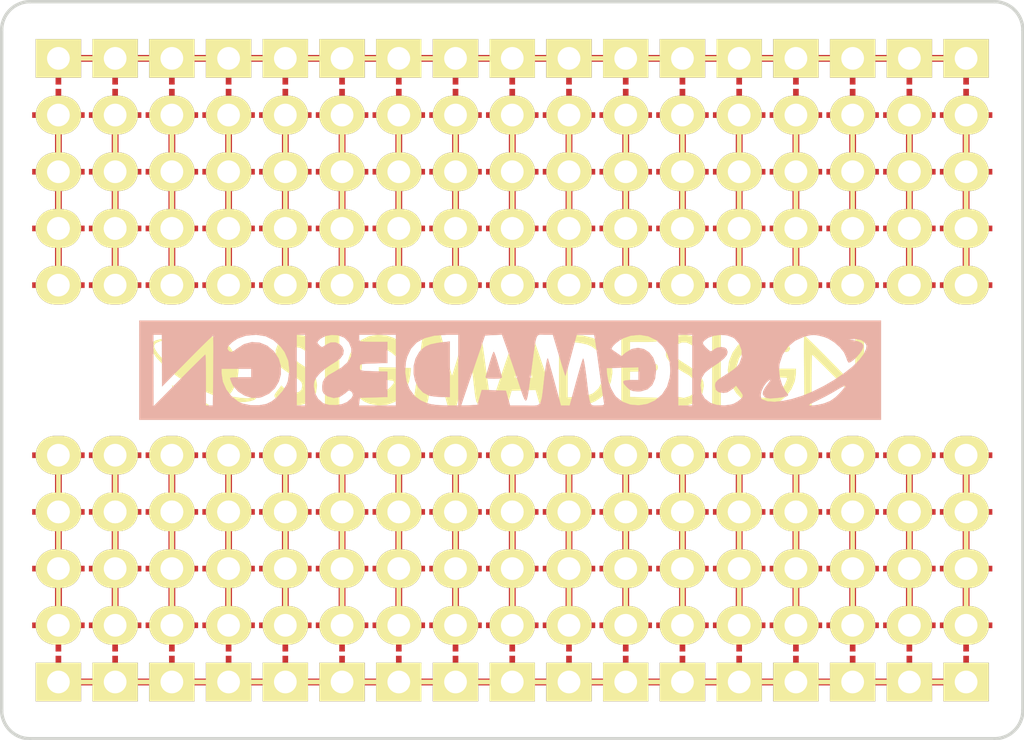
<source format=kicad_pcb>
(kicad_pcb (version 4) (host pcbnew 4.0.4-stable)

  (general
    (links 508)
    (no_connects 68)
    (area 137.084999 93.904999 182.955001 127.075001)
    (thickness 1.6)
    (drawings 10)
    (tracks 134)
    (zones 0)
    (modules 38)
    (nets 37)
  )

  (page A4)
  (layers
    (0 F.Cu signal)
    (31 B.Cu signal)
    (32 B.Adhes user)
    (33 F.Adhes user)
    (34 B.Paste user)
    (35 F.Paste user)
    (36 B.SilkS user)
    (37 F.SilkS user)
    (38 B.Mask user)
    (39 F.Mask user)
    (40 Dwgs.User user)
    (41 Cmts.User user)
    (42 Eco1.User user)
    (43 Eco2.User user)
    (44 Edge.Cuts user)
    (45 Margin user)
    (46 B.CrtYd user)
    (47 F.CrtYd user)
    (48 B.Fab user)
    (49 F.Fab user)
  )

  (setup
    (last_trace_width 0.25)
    (user_trace_width 0.3048)
    (trace_clearance 0.2)
    (zone_clearance 0.508)
    (zone_45_only no)
    (trace_min 0.2)
    (segment_width 0.2)
    (edge_width 0.15)
    (via_size 0.6)
    (via_drill 0.4)
    (via_min_size 0.4)
    (via_min_drill 0.3)
    (uvia_size 0.3)
    (uvia_drill 0.1)
    (uvias_allowed no)
    (uvia_min_size 0.2)
    (uvia_min_drill 0.1)
    (pcb_text_width 0.3)
    (pcb_text_size 1.5 1.5)
    (mod_edge_width 0.15)
    (mod_text_size 1 1)
    (mod_text_width 0.15)
    (pad_size 3.048 3.048)
    (pad_drill 3.048)
    (pad_to_mask_clearance 0)
    (aux_axis_origin 0 0)
    (visible_elements 7FFFFFFF)
    (pcbplotparams
      (layerselection 0x00030_80000001)
      (usegerberextensions false)
      (excludeedgelayer true)
      (linewidth 0.100000)
      (plotframeref false)
      (viasonmask false)
      (mode 1)
      (useauxorigin false)
      (hpglpennumber 1)
      (hpglpenspeed 20)
      (hpglpendiameter 15)
      (hpglpenoverlay 2)
      (psnegative false)
      (psa4output false)
      (plotreference true)
      (plotvalue true)
      (plotinvisibletext false)
      (padsonsilk false)
      (subtractmaskfromsilk false)
      (outputformat 1)
      (mirror false)
      (drillshape 1)
      (scaleselection 1)
      (outputdirectory ""))
  )

  (net 0 "")
  (net 1 "Net-(P1-Pad1)")
  (net 2 "Net-(P1-Pad2)")
  (net 3 "Net-(P2-Pad2)")
  (net 4 "Net-(P3-Pad2)")
  (net 5 "Net-(P4-Pad2)")
  (net 6 "Net-(P5-Pad2)")
  (net 7 "Net-(P6-Pad2)")
  (net 8 "Net-(P7-Pad2)")
  (net 9 "Net-(P8-Pad2)")
  (net 10 "Net-(P9-Pad2)")
  (net 11 "Net-(P10-Pad2)")
  (net 12 "Net-(P11-Pad2)")
  (net 13 "Net-(P12-Pad2)")
  (net 14 "Net-(P13-Pad2)")
  (net 15 "Net-(P14-Pad2)")
  (net 16 "Net-(P15-Pad2)")
  (net 17 "Net-(P16-Pad2)")
  (net 18 "Net-(P17-Pad2)")
  (net 19 "Net-(P18-Pad2)")
  (net 20 "Net-(P18-Pad1)")
  (net 21 "Net-(P19-Pad2)")
  (net 22 "Net-(P20-Pad2)")
  (net 23 "Net-(P21-Pad2)")
  (net 24 "Net-(P22-Pad2)")
  (net 25 "Net-(P23-Pad2)")
  (net 26 "Net-(P24-Pad2)")
  (net 27 "Net-(P25-Pad2)")
  (net 28 "Net-(P26-Pad2)")
  (net 29 "Net-(P27-Pad2)")
  (net 30 "Net-(P28-Pad2)")
  (net 31 "Net-(P29-Pad2)")
  (net 32 "Net-(P30-Pad2)")
  (net 33 "Net-(P31-Pad2)")
  (net 34 "Net-(P32-Pad2)")
  (net 35 "Net-(P33-Pad2)")
  (net 36 "Net-(P34-Pad2)")

  (net_class Default "This is the default net class."
    (clearance 0.2)
    (trace_width 0.25)
    (via_dia 0.6)
    (via_drill 0.4)
    (uvia_dia 0.3)
    (uvia_drill 0.1)
    (add_net "Net-(P1-Pad1)")
    (add_net "Net-(P1-Pad2)")
    (add_net "Net-(P10-Pad2)")
    (add_net "Net-(P11-Pad2)")
    (add_net "Net-(P12-Pad2)")
    (add_net "Net-(P13-Pad2)")
    (add_net "Net-(P14-Pad2)")
    (add_net "Net-(P15-Pad2)")
    (add_net "Net-(P16-Pad2)")
    (add_net "Net-(P17-Pad2)")
    (add_net "Net-(P18-Pad1)")
    (add_net "Net-(P18-Pad2)")
    (add_net "Net-(P19-Pad2)")
    (add_net "Net-(P2-Pad2)")
    (add_net "Net-(P20-Pad2)")
    (add_net "Net-(P21-Pad2)")
    (add_net "Net-(P22-Pad2)")
    (add_net "Net-(P23-Pad2)")
    (add_net "Net-(P24-Pad2)")
    (add_net "Net-(P25-Pad2)")
    (add_net "Net-(P26-Pad2)")
    (add_net "Net-(P27-Pad2)")
    (add_net "Net-(P28-Pad2)")
    (add_net "Net-(P29-Pad2)")
    (add_net "Net-(P3-Pad2)")
    (add_net "Net-(P30-Pad2)")
    (add_net "Net-(P31-Pad2)")
    (add_net "Net-(P32-Pad2)")
    (add_net "Net-(P33-Pad2)")
    (add_net "Net-(P34-Pad2)")
    (add_net "Net-(P4-Pad2)")
    (add_net "Net-(P5-Pad2)")
    (add_net "Net-(P6-Pad2)")
    (add_net "Net-(P7-Pad2)")
    (add_net "Net-(P8-Pad2)")
    (add_net "Net-(P9-Pad2)")
  )

  (module Pin_Headers:Pin_Header_Straight_1x01 (layer F.Cu) (tedit 58E8641A) (tstamp 58E86D4E)
    (at 142.24 110.49)
    (descr "Through hole pin header")
    (tags "pin header")
    (fp_text reference REF** (at -1.27 -1.524) (layer F.SilkS) hide
      (effects (font (size 0.254 0.254) (thickness 0.0635)))
    )
    (fp_text value Pin_Header_Straight_1x01 (at -0.254 1.524) (layer F.Fab)
      (effects (font (size 0.254 0.254) (thickness 0.0635)))
    )
    (fp_line (start -1.75 -1.75) (end -1.75 1.75) (layer F.CrtYd) (width 0.05))
    (fp_line (start 1.75 -1.75) (end 1.75 1.75) (layer F.CrtYd) (width 0.05))
    (fp_line (start -1.75 -1.75) (end 1.75 -1.75) (layer F.CrtYd) (width 0.05))
    (fp_line (start -1.75 1.75) (end 1.75 1.75) (layer F.CrtYd) (width 0.05))
    (pad "" np_thru_hole circle (at -0.72 0) (size 3.048 3.048) (drill 3.048) (layers *.Cu *.Mask))
  )

  (module Pin_Headers:Pin_Header_Straight_1x01 (layer F.Cu) (tedit 58E86427) (tstamp 58E87624)
    (at 177.8 110.49)
    (descr "Through hole pin header")
    (tags "pin header")
    (fp_text reference REF** (at -1.27 -1.524) (layer F.SilkS) hide
      (effects (font (size 0.254 0.254) (thickness 0.0635)))
    )
    (fp_text value Pin_Header_Straight_1x01 (at -0.254 1.524) (layer F.Fab)
      (effects (font (size 0.254 0.254) (thickness 0.0635)))
    )
    (fp_line (start -1.75 -1.75) (end -1.75 1.75) (layer F.CrtYd) (width 0.05))
    (fp_line (start 1.75 -1.75) (end 1.75 1.75) (layer F.CrtYd) (width 0.05))
    (fp_line (start -1.75 -1.75) (end 1.75 -1.75) (layer F.CrtYd) (width 0.05))
    (fp_line (start -1.75 1.75) (end 1.75 1.75) (layer F.CrtYd) (width 0.05))
    (pad "" np_thru_hole circle (at 0.72 0) (size 3.048 3.048) (drill 3.048) (layers *.Cu *.Mask))
  )

  (module myFootPrints:Pin_Header_Straight_1x05 (layer F.Cu) (tedit 58E864F0) (tstamp 58E864E5)
    (at 139.7 96.52)
    (descr "Through hole pin header")
    (tags "pin header")
    (path /58E845E9)
    (fp_text reference P1 (at 0.8 11.3) (layer F.SilkS) hide
      (effects (font (size 1 1) (thickness 0.15)))
    )
    (fp_text value CONN_01X05 (at 1.778 1.778 90) (layer F.Fab)
      (effects (font (size 0.5 0.5) (thickness 0.125)))
    )
    (fp_line (start 0 2.54) (end 0 10.16) (layer F.SilkS) (width 0.2032))
    (pad 1 smd rect (at 0 1.016) (size 0.254 0.3175) (layers F.Cu F.Paste F.Mask)
      (net 1 "Net-(P1-Pad1)"))
    (pad 2 smd rect (at 0 1.524) (size 0.254 0.3175) (layers F.Cu F.Paste F.Mask)
      (net 2 "Net-(P1-Pad2)"))
    (pad 2 smd rect (at -1.016 2.54) (size 0.3175 0.254) (layers F.Cu F.Paste F.Mask)
      (net 2 "Net-(P1-Pad2)"))
    (pad 5 smd rect (at -1.016 10.16) (size 0.3175 0.254) (layers F.Cu F.Paste F.Mask)
      (net 2 "Net-(P1-Pad2)"))
    (pad 5 smd rect (at 1.016 10.16) (size 0.3175 0.254) (layers F.Cu F.Paste F.Mask)
      (net 2 "Net-(P1-Pad2)"))
    (pad 4 thru_hole oval (at 0 7.62) (size 2.032 1.7272) (drill 1.016) (layers *.Cu *.Mask F.SilkS)
      (net 2 "Net-(P1-Pad2)"))
    (pad 3 smd rect (at -1.016 5.08) (size 0.3175 0.254) (layers F.Cu F.Paste F.Mask)
      (net 2 "Net-(P1-Pad2)"))
    (pad 4 smd rect (at -1.016 7.62) (size 0.3175 0.254) (layers F.Cu F.Paste F.Mask)
      (net 2 "Net-(P1-Pad2)"))
    (pad 4 smd rect (at 1.016 7.62) (size 0.3175 0.254) (layers F.Cu F.Paste F.Mask)
      (net 2 "Net-(P1-Pad2)"))
    (pad 3 smd rect (at 1.016 5.08) (size 0.3175 0.254) (layers F.Cu F.Paste F.Mask)
      (net 2 "Net-(P1-Pad2)"))
    (pad 1 thru_hole rect (at 0 0) (size 2.032 1.7272) (drill 1.016) (layers *.Cu *.Mask F.SilkS)
      (net 1 "Net-(P1-Pad1)"))
    (pad 2 thru_hole oval (at 0 2.54) (size 2.032 1.7272) (drill 1.016) (layers *.Cu *.Mask F.SilkS)
      (net 2 "Net-(P1-Pad2)"))
    (pad 3 thru_hole oval (at 0 5.08) (size 2.032 1.7272) (drill 1.016) (layers *.Cu *.Mask F.SilkS)
      (net 2 "Net-(P1-Pad2)"))
    (pad 4 thru_hole oval (at 0 7.62) (size 2.032 1.7272) (drill 1.016) (layers *.Cu *.Mask F.SilkS)
      (net 2 "Net-(P1-Pad2)"))
    (pad 5 thru_hole oval (at 0 10.16) (size 2.032 1.7272) (drill 1.016) (layers *.Cu *.Mask F.SilkS)
      (net 2 "Net-(P1-Pad2)"))
    (pad 2 smd rect (at 1.016 2.54) (size 0.3175 0.254) (layers F.Cu F.Paste F.Mask)
      (net 2 "Net-(P1-Pad2)"))
  )

  (module myFootPrints:Pin_Header_Straight_1x05 (layer F.Cu) (tedit 58E864F0) (tstamp 58E86737)
    (at 180.34 124.46 180)
    (descr "Through hole pin header")
    (tags "pin header")
    (path /58E852D2)
    (fp_text reference P34 (at 0.8 11.3 180) (layer F.SilkS) hide
      (effects (font (size 1 1) (thickness 0.15)))
    )
    (fp_text value CONN_01X05 (at 1.778 1.778 270) (layer F.Fab)
      (effects (font (size 0.5 0.5) (thickness 0.125)))
    )
    (fp_line (start 0 2.54) (end 0 10.16) (layer F.SilkS) (width 0.2032))
    (pad 1 smd rect (at 0 1.016 180) (size 0.254 0.3175) (layers F.Cu F.Paste F.Mask)
      (net 20 "Net-(P18-Pad1)"))
    (pad 2 smd rect (at 0 1.524 180) (size 0.254 0.3175) (layers F.Cu F.Paste F.Mask)
      (net 36 "Net-(P34-Pad2)"))
    (pad 2 smd rect (at -1.016 2.54 180) (size 0.3175 0.254) (layers F.Cu F.Paste F.Mask)
      (net 36 "Net-(P34-Pad2)"))
    (pad 5 smd rect (at -1.016 10.16 180) (size 0.3175 0.254) (layers F.Cu F.Paste F.Mask)
      (net 36 "Net-(P34-Pad2)"))
    (pad 5 smd rect (at 1.016 10.16 180) (size 0.3175 0.254) (layers F.Cu F.Paste F.Mask)
      (net 36 "Net-(P34-Pad2)"))
    (pad 4 thru_hole oval (at 0 7.62 180) (size 2.032 1.7272) (drill 1.016) (layers *.Cu *.Mask F.SilkS)
      (net 36 "Net-(P34-Pad2)"))
    (pad 3 smd rect (at -1.016 5.08 180) (size 0.3175 0.254) (layers F.Cu F.Paste F.Mask)
      (net 36 "Net-(P34-Pad2)"))
    (pad 4 smd rect (at -1.016 7.62 180) (size 0.3175 0.254) (layers F.Cu F.Paste F.Mask)
      (net 36 "Net-(P34-Pad2)"))
    (pad 4 smd rect (at 1.016 7.62 180) (size 0.3175 0.254) (layers F.Cu F.Paste F.Mask)
      (net 36 "Net-(P34-Pad2)"))
    (pad 3 smd rect (at 1.016 5.08 180) (size 0.3175 0.254) (layers F.Cu F.Paste F.Mask)
      (net 36 "Net-(P34-Pad2)"))
    (pad 1 thru_hole rect (at 0 0 180) (size 2.032 1.7272) (drill 1.016) (layers *.Cu *.Mask F.SilkS)
      (net 20 "Net-(P18-Pad1)"))
    (pad 2 thru_hole oval (at 0 2.54 180) (size 2.032 1.7272) (drill 1.016) (layers *.Cu *.Mask F.SilkS)
      (net 36 "Net-(P34-Pad2)"))
    (pad 3 thru_hole oval (at 0 5.08 180) (size 2.032 1.7272) (drill 1.016) (layers *.Cu *.Mask F.SilkS)
      (net 36 "Net-(P34-Pad2)"))
    (pad 4 thru_hole oval (at 0 7.62 180) (size 2.032 1.7272) (drill 1.016) (layers *.Cu *.Mask F.SilkS)
      (net 36 "Net-(P34-Pad2)"))
    (pad 5 thru_hole oval (at 0 10.16 180) (size 2.032 1.7272) (drill 1.016) (layers *.Cu *.Mask F.SilkS)
      (net 36 "Net-(P34-Pad2)"))
    (pad 2 smd rect (at 1.016 2.54 180) (size 0.3175 0.254) (layers F.Cu F.Paste F.Mask)
      (net 36 "Net-(P34-Pad2)"))
  )

  (module myFootPrints:Pin_Header_Straight_1x05 (layer F.Cu) (tedit 58E864F0) (tstamp 58E86725)
    (at 177.8 124.46 180)
    (descr "Through hole pin header")
    (tags "pin header")
    (path /58E852CC)
    (fp_text reference P33 (at 0.8 11.3 180) (layer F.SilkS) hide
      (effects (font (size 1 1) (thickness 0.15)))
    )
    (fp_text value CONN_01X05 (at 1.778 1.778 270) (layer F.Fab)
      (effects (font (size 0.5 0.5) (thickness 0.125)))
    )
    (fp_line (start 0 2.54) (end 0 10.16) (layer F.SilkS) (width 0.2032))
    (pad 1 smd rect (at 0 1.016 180) (size 0.254 0.3175) (layers F.Cu F.Paste F.Mask)
      (net 20 "Net-(P18-Pad1)"))
    (pad 2 smd rect (at 0 1.524 180) (size 0.254 0.3175) (layers F.Cu F.Paste F.Mask)
      (net 35 "Net-(P33-Pad2)"))
    (pad 2 smd rect (at -1.016 2.54 180) (size 0.3175 0.254) (layers F.Cu F.Paste F.Mask)
      (net 35 "Net-(P33-Pad2)"))
    (pad 5 smd rect (at -1.016 10.16 180) (size 0.3175 0.254) (layers F.Cu F.Paste F.Mask)
      (net 35 "Net-(P33-Pad2)"))
    (pad 5 smd rect (at 1.016 10.16 180) (size 0.3175 0.254) (layers F.Cu F.Paste F.Mask)
      (net 35 "Net-(P33-Pad2)"))
    (pad 4 thru_hole oval (at 0 7.62 180) (size 2.032 1.7272) (drill 1.016) (layers *.Cu *.Mask F.SilkS)
      (net 35 "Net-(P33-Pad2)"))
    (pad 3 smd rect (at -1.016 5.08 180) (size 0.3175 0.254) (layers F.Cu F.Paste F.Mask)
      (net 35 "Net-(P33-Pad2)"))
    (pad 4 smd rect (at -1.016 7.62 180) (size 0.3175 0.254) (layers F.Cu F.Paste F.Mask)
      (net 35 "Net-(P33-Pad2)"))
    (pad 4 smd rect (at 1.016 7.62 180) (size 0.3175 0.254) (layers F.Cu F.Paste F.Mask)
      (net 35 "Net-(P33-Pad2)"))
    (pad 3 smd rect (at 1.016 5.08 180) (size 0.3175 0.254) (layers F.Cu F.Paste F.Mask)
      (net 35 "Net-(P33-Pad2)"))
    (pad 1 thru_hole rect (at 0 0 180) (size 2.032 1.7272) (drill 1.016) (layers *.Cu *.Mask F.SilkS)
      (net 20 "Net-(P18-Pad1)"))
    (pad 2 thru_hole oval (at 0 2.54 180) (size 2.032 1.7272) (drill 1.016) (layers *.Cu *.Mask F.SilkS)
      (net 35 "Net-(P33-Pad2)"))
    (pad 3 thru_hole oval (at 0 5.08 180) (size 2.032 1.7272) (drill 1.016) (layers *.Cu *.Mask F.SilkS)
      (net 35 "Net-(P33-Pad2)"))
    (pad 4 thru_hole oval (at 0 7.62 180) (size 2.032 1.7272) (drill 1.016) (layers *.Cu *.Mask F.SilkS)
      (net 35 "Net-(P33-Pad2)"))
    (pad 5 thru_hole oval (at 0 10.16 180) (size 2.032 1.7272) (drill 1.016) (layers *.Cu *.Mask F.SilkS)
      (net 35 "Net-(P33-Pad2)"))
    (pad 2 smd rect (at 1.016 2.54 180) (size 0.3175 0.254) (layers F.Cu F.Paste F.Mask)
      (net 35 "Net-(P33-Pad2)"))
  )

  (module myFootPrints:Pin_Header_Straight_1x05 (layer F.Cu) (tedit 58E864F0) (tstamp 58E86713)
    (at 175.26 124.46 180)
    (descr "Through hole pin header")
    (tags "pin header")
    (path /58E852C6)
    (fp_text reference P32 (at 0.8 11.3 180) (layer F.SilkS) hide
      (effects (font (size 1 1) (thickness 0.15)))
    )
    (fp_text value CONN_01X05 (at 1.778 1.778 270) (layer F.Fab)
      (effects (font (size 0.5 0.5) (thickness 0.125)))
    )
    (fp_line (start 0 2.54) (end 0 10.16) (layer F.SilkS) (width 0.2032))
    (pad 1 smd rect (at 0 1.016 180) (size 0.254 0.3175) (layers F.Cu F.Paste F.Mask)
      (net 20 "Net-(P18-Pad1)"))
    (pad 2 smd rect (at 0 1.524 180) (size 0.254 0.3175) (layers F.Cu F.Paste F.Mask)
      (net 34 "Net-(P32-Pad2)"))
    (pad 2 smd rect (at -1.016 2.54 180) (size 0.3175 0.254) (layers F.Cu F.Paste F.Mask)
      (net 34 "Net-(P32-Pad2)"))
    (pad 5 smd rect (at -1.016 10.16 180) (size 0.3175 0.254) (layers F.Cu F.Paste F.Mask)
      (net 34 "Net-(P32-Pad2)"))
    (pad 5 smd rect (at 1.016 10.16 180) (size 0.3175 0.254) (layers F.Cu F.Paste F.Mask)
      (net 34 "Net-(P32-Pad2)"))
    (pad 4 thru_hole oval (at 0 7.62 180) (size 2.032 1.7272) (drill 1.016) (layers *.Cu *.Mask F.SilkS)
      (net 34 "Net-(P32-Pad2)"))
    (pad 3 smd rect (at -1.016 5.08 180) (size 0.3175 0.254) (layers F.Cu F.Paste F.Mask)
      (net 34 "Net-(P32-Pad2)"))
    (pad 4 smd rect (at -1.016 7.62 180) (size 0.3175 0.254) (layers F.Cu F.Paste F.Mask)
      (net 34 "Net-(P32-Pad2)"))
    (pad 4 smd rect (at 1.016 7.62 180) (size 0.3175 0.254) (layers F.Cu F.Paste F.Mask)
      (net 34 "Net-(P32-Pad2)"))
    (pad 3 smd rect (at 1.016 5.08 180) (size 0.3175 0.254) (layers F.Cu F.Paste F.Mask)
      (net 34 "Net-(P32-Pad2)"))
    (pad 1 thru_hole rect (at 0 0 180) (size 2.032 1.7272) (drill 1.016) (layers *.Cu *.Mask F.SilkS)
      (net 20 "Net-(P18-Pad1)"))
    (pad 2 thru_hole oval (at 0 2.54 180) (size 2.032 1.7272) (drill 1.016) (layers *.Cu *.Mask F.SilkS)
      (net 34 "Net-(P32-Pad2)"))
    (pad 3 thru_hole oval (at 0 5.08 180) (size 2.032 1.7272) (drill 1.016) (layers *.Cu *.Mask F.SilkS)
      (net 34 "Net-(P32-Pad2)"))
    (pad 4 thru_hole oval (at 0 7.62 180) (size 2.032 1.7272) (drill 1.016) (layers *.Cu *.Mask F.SilkS)
      (net 34 "Net-(P32-Pad2)"))
    (pad 5 thru_hole oval (at 0 10.16 180) (size 2.032 1.7272) (drill 1.016) (layers *.Cu *.Mask F.SilkS)
      (net 34 "Net-(P32-Pad2)"))
    (pad 2 smd rect (at 1.016 2.54 180) (size 0.3175 0.254) (layers F.Cu F.Paste F.Mask)
      (net 34 "Net-(P32-Pad2)"))
  )

  (module myFootPrints:Pin_Header_Straight_1x05 (layer F.Cu) (tedit 58E864F0) (tstamp 58E86701)
    (at 172.72 124.46 180)
    (descr "Through hole pin header")
    (tags "pin header")
    (path /58E852C0)
    (fp_text reference P31 (at 0.8 11.3 180) (layer F.SilkS) hide
      (effects (font (size 1 1) (thickness 0.15)))
    )
    (fp_text value CONN_01X05 (at 1.778 1.778 270) (layer F.Fab)
      (effects (font (size 0.5 0.5) (thickness 0.125)))
    )
    (fp_line (start 0 2.54) (end 0 10.16) (layer F.SilkS) (width 0.2032))
    (pad 1 smd rect (at 0 1.016 180) (size 0.254 0.3175) (layers F.Cu F.Paste F.Mask)
      (net 20 "Net-(P18-Pad1)"))
    (pad 2 smd rect (at 0 1.524 180) (size 0.254 0.3175) (layers F.Cu F.Paste F.Mask)
      (net 33 "Net-(P31-Pad2)"))
    (pad 2 smd rect (at -1.016 2.54 180) (size 0.3175 0.254) (layers F.Cu F.Paste F.Mask)
      (net 33 "Net-(P31-Pad2)"))
    (pad 5 smd rect (at -1.016 10.16 180) (size 0.3175 0.254) (layers F.Cu F.Paste F.Mask)
      (net 33 "Net-(P31-Pad2)"))
    (pad 5 smd rect (at 1.016 10.16 180) (size 0.3175 0.254) (layers F.Cu F.Paste F.Mask)
      (net 33 "Net-(P31-Pad2)"))
    (pad 4 thru_hole oval (at 0 7.62 180) (size 2.032 1.7272) (drill 1.016) (layers *.Cu *.Mask F.SilkS)
      (net 33 "Net-(P31-Pad2)"))
    (pad 3 smd rect (at -1.016 5.08 180) (size 0.3175 0.254) (layers F.Cu F.Paste F.Mask)
      (net 33 "Net-(P31-Pad2)"))
    (pad 4 smd rect (at -1.016 7.62 180) (size 0.3175 0.254) (layers F.Cu F.Paste F.Mask)
      (net 33 "Net-(P31-Pad2)"))
    (pad 4 smd rect (at 1.016 7.62 180) (size 0.3175 0.254) (layers F.Cu F.Paste F.Mask)
      (net 33 "Net-(P31-Pad2)"))
    (pad 3 smd rect (at 1.016 5.08 180) (size 0.3175 0.254) (layers F.Cu F.Paste F.Mask)
      (net 33 "Net-(P31-Pad2)"))
    (pad 1 thru_hole rect (at 0 0 180) (size 2.032 1.7272) (drill 1.016) (layers *.Cu *.Mask F.SilkS)
      (net 20 "Net-(P18-Pad1)"))
    (pad 2 thru_hole oval (at 0 2.54 180) (size 2.032 1.7272) (drill 1.016) (layers *.Cu *.Mask F.SilkS)
      (net 33 "Net-(P31-Pad2)"))
    (pad 3 thru_hole oval (at 0 5.08 180) (size 2.032 1.7272) (drill 1.016) (layers *.Cu *.Mask F.SilkS)
      (net 33 "Net-(P31-Pad2)"))
    (pad 4 thru_hole oval (at 0 7.62 180) (size 2.032 1.7272) (drill 1.016) (layers *.Cu *.Mask F.SilkS)
      (net 33 "Net-(P31-Pad2)"))
    (pad 5 thru_hole oval (at 0 10.16 180) (size 2.032 1.7272) (drill 1.016) (layers *.Cu *.Mask F.SilkS)
      (net 33 "Net-(P31-Pad2)"))
    (pad 2 smd rect (at 1.016 2.54 180) (size 0.3175 0.254) (layers F.Cu F.Paste F.Mask)
      (net 33 "Net-(P31-Pad2)"))
  )

  (module myFootPrints:Pin_Header_Straight_1x05 (layer F.Cu) (tedit 58E864F0) (tstamp 58E866EF)
    (at 170.18 124.46 180)
    (descr "Through hole pin header")
    (tags "pin header")
    (path /58E852BA)
    (fp_text reference P30 (at 0.8 11.3 180) (layer F.SilkS) hide
      (effects (font (size 1 1) (thickness 0.15)))
    )
    (fp_text value CONN_01X05 (at 1.778 1.778 270) (layer F.Fab)
      (effects (font (size 0.5 0.5) (thickness 0.125)))
    )
    (fp_line (start 0 2.54) (end 0 10.16) (layer F.SilkS) (width 0.2032))
    (pad 1 smd rect (at 0 1.016 180) (size 0.254 0.3175) (layers F.Cu F.Paste F.Mask)
      (net 20 "Net-(P18-Pad1)"))
    (pad 2 smd rect (at 0 1.524 180) (size 0.254 0.3175) (layers F.Cu F.Paste F.Mask)
      (net 32 "Net-(P30-Pad2)"))
    (pad 2 smd rect (at -1.016 2.54 180) (size 0.3175 0.254) (layers F.Cu F.Paste F.Mask)
      (net 32 "Net-(P30-Pad2)"))
    (pad 5 smd rect (at -1.016 10.16 180) (size 0.3175 0.254) (layers F.Cu F.Paste F.Mask)
      (net 32 "Net-(P30-Pad2)"))
    (pad 5 smd rect (at 1.016 10.16 180) (size 0.3175 0.254) (layers F.Cu F.Paste F.Mask)
      (net 32 "Net-(P30-Pad2)"))
    (pad 4 thru_hole oval (at 0 7.62 180) (size 2.032 1.7272) (drill 1.016) (layers *.Cu *.Mask F.SilkS)
      (net 32 "Net-(P30-Pad2)"))
    (pad 3 smd rect (at -1.016 5.08 180) (size 0.3175 0.254) (layers F.Cu F.Paste F.Mask)
      (net 32 "Net-(P30-Pad2)"))
    (pad 4 smd rect (at -1.016 7.62 180) (size 0.3175 0.254) (layers F.Cu F.Paste F.Mask)
      (net 32 "Net-(P30-Pad2)"))
    (pad 4 smd rect (at 1.016 7.62 180) (size 0.3175 0.254) (layers F.Cu F.Paste F.Mask)
      (net 32 "Net-(P30-Pad2)"))
    (pad 3 smd rect (at 1.016 5.08 180) (size 0.3175 0.254) (layers F.Cu F.Paste F.Mask)
      (net 32 "Net-(P30-Pad2)"))
    (pad 1 thru_hole rect (at 0 0 180) (size 2.032 1.7272) (drill 1.016) (layers *.Cu *.Mask F.SilkS)
      (net 20 "Net-(P18-Pad1)"))
    (pad 2 thru_hole oval (at 0 2.54 180) (size 2.032 1.7272) (drill 1.016) (layers *.Cu *.Mask F.SilkS)
      (net 32 "Net-(P30-Pad2)"))
    (pad 3 thru_hole oval (at 0 5.08 180) (size 2.032 1.7272) (drill 1.016) (layers *.Cu *.Mask F.SilkS)
      (net 32 "Net-(P30-Pad2)"))
    (pad 4 thru_hole oval (at 0 7.62 180) (size 2.032 1.7272) (drill 1.016) (layers *.Cu *.Mask F.SilkS)
      (net 32 "Net-(P30-Pad2)"))
    (pad 5 thru_hole oval (at 0 10.16 180) (size 2.032 1.7272) (drill 1.016) (layers *.Cu *.Mask F.SilkS)
      (net 32 "Net-(P30-Pad2)"))
    (pad 2 smd rect (at 1.016 2.54 180) (size 0.3175 0.254) (layers F.Cu F.Paste F.Mask)
      (net 32 "Net-(P30-Pad2)"))
  )

  (module myFootPrints:Pin_Header_Straight_1x05 (layer F.Cu) (tedit 58E864F0) (tstamp 58E866DD)
    (at 167.64 124.46 180)
    (descr "Through hole pin header")
    (tags "pin header")
    (path /58E8527E)
    (fp_text reference P29 (at 0.8 11.3 180) (layer F.SilkS) hide
      (effects (font (size 1 1) (thickness 0.15)))
    )
    (fp_text value CONN_01X05 (at 1.778 1.778 270) (layer F.Fab)
      (effects (font (size 0.5 0.5) (thickness 0.125)))
    )
    (fp_line (start 0 2.54) (end 0 10.16) (layer F.SilkS) (width 0.2032))
    (pad 1 smd rect (at 0 1.016 180) (size 0.254 0.3175) (layers F.Cu F.Paste F.Mask)
      (net 20 "Net-(P18-Pad1)"))
    (pad 2 smd rect (at 0 1.524 180) (size 0.254 0.3175) (layers F.Cu F.Paste F.Mask)
      (net 31 "Net-(P29-Pad2)"))
    (pad 2 smd rect (at -1.016 2.54 180) (size 0.3175 0.254) (layers F.Cu F.Paste F.Mask)
      (net 31 "Net-(P29-Pad2)"))
    (pad 5 smd rect (at -1.016 10.16 180) (size 0.3175 0.254) (layers F.Cu F.Paste F.Mask)
      (net 31 "Net-(P29-Pad2)"))
    (pad 5 smd rect (at 1.016 10.16 180) (size 0.3175 0.254) (layers F.Cu F.Paste F.Mask)
      (net 31 "Net-(P29-Pad2)"))
    (pad 4 thru_hole oval (at 0 7.62 180) (size 2.032 1.7272) (drill 1.016) (layers *.Cu *.Mask F.SilkS)
      (net 31 "Net-(P29-Pad2)"))
    (pad 3 smd rect (at -1.016 5.08 180) (size 0.3175 0.254) (layers F.Cu F.Paste F.Mask)
      (net 31 "Net-(P29-Pad2)"))
    (pad 4 smd rect (at -1.016 7.62 180) (size 0.3175 0.254) (layers F.Cu F.Paste F.Mask)
      (net 31 "Net-(P29-Pad2)"))
    (pad 4 smd rect (at 1.016 7.62 180) (size 0.3175 0.254) (layers F.Cu F.Paste F.Mask)
      (net 31 "Net-(P29-Pad2)"))
    (pad 3 smd rect (at 1.016 5.08 180) (size 0.3175 0.254) (layers F.Cu F.Paste F.Mask)
      (net 31 "Net-(P29-Pad2)"))
    (pad 1 thru_hole rect (at 0 0 180) (size 2.032 1.7272) (drill 1.016) (layers *.Cu *.Mask F.SilkS)
      (net 20 "Net-(P18-Pad1)"))
    (pad 2 thru_hole oval (at 0 2.54 180) (size 2.032 1.7272) (drill 1.016) (layers *.Cu *.Mask F.SilkS)
      (net 31 "Net-(P29-Pad2)"))
    (pad 3 thru_hole oval (at 0 5.08 180) (size 2.032 1.7272) (drill 1.016) (layers *.Cu *.Mask F.SilkS)
      (net 31 "Net-(P29-Pad2)"))
    (pad 4 thru_hole oval (at 0 7.62 180) (size 2.032 1.7272) (drill 1.016) (layers *.Cu *.Mask F.SilkS)
      (net 31 "Net-(P29-Pad2)"))
    (pad 5 thru_hole oval (at 0 10.16 180) (size 2.032 1.7272) (drill 1.016) (layers *.Cu *.Mask F.SilkS)
      (net 31 "Net-(P29-Pad2)"))
    (pad 2 smd rect (at 1.016 2.54 180) (size 0.3175 0.254) (layers F.Cu F.Paste F.Mask)
      (net 31 "Net-(P29-Pad2)"))
  )

  (module myFootPrints:Pin_Header_Straight_1x05 (layer F.Cu) (tedit 58E864F0) (tstamp 58E866CB)
    (at 165.1 124.46 180)
    (descr "Through hole pin header")
    (tags "pin header")
    (path /58E852AE)
    (fp_text reference P28 (at 0.8 11.3 180) (layer F.SilkS) hide
      (effects (font (size 1 1) (thickness 0.15)))
    )
    (fp_text value CONN_01X05 (at 1.778 1.778 270) (layer F.Fab)
      (effects (font (size 0.5 0.5) (thickness 0.125)))
    )
    (fp_line (start 0 2.54) (end 0 10.16) (layer F.SilkS) (width 0.2032))
    (pad 1 smd rect (at 0 1.016 180) (size 0.254 0.3175) (layers F.Cu F.Paste F.Mask)
      (net 20 "Net-(P18-Pad1)"))
    (pad 2 smd rect (at 0 1.524 180) (size 0.254 0.3175) (layers F.Cu F.Paste F.Mask)
      (net 30 "Net-(P28-Pad2)"))
    (pad 2 smd rect (at -1.016 2.54 180) (size 0.3175 0.254) (layers F.Cu F.Paste F.Mask)
      (net 30 "Net-(P28-Pad2)"))
    (pad 5 smd rect (at -1.016 10.16 180) (size 0.3175 0.254) (layers F.Cu F.Paste F.Mask)
      (net 30 "Net-(P28-Pad2)"))
    (pad 5 smd rect (at 1.016 10.16 180) (size 0.3175 0.254) (layers F.Cu F.Paste F.Mask)
      (net 30 "Net-(P28-Pad2)"))
    (pad 4 thru_hole oval (at 0 7.62 180) (size 2.032 1.7272) (drill 1.016) (layers *.Cu *.Mask F.SilkS)
      (net 30 "Net-(P28-Pad2)"))
    (pad 3 smd rect (at -1.016 5.08 180) (size 0.3175 0.254) (layers F.Cu F.Paste F.Mask)
      (net 30 "Net-(P28-Pad2)"))
    (pad 4 smd rect (at -1.016 7.62 180) (size 0.3175 0.254) (layers F.Cu F.Paste F.Mask)
      (net 30 "Net-(P28-Pad2)"))
    (pad 4 smd rect (at 1.016 7.62 180) (size 0.3175 0.254) (layers F.Cu F.Paste F.Mask)
      (net 30 "Net-(P28-Pad2)"))
    (pad 3 smd rect (at 1.016 5.08 180) (size 0.3175 0.254) (layers F.Cu F.Paste F.Mask)
      (net 30 "Net-(P28-Pad2)"))
    (pad 1 thru_hole rect (at 0 0 180) (size 2.032 1.7272) (drill 1.016) (layers *.Cu *.Mask F.SilkS)
      (net 20 "Net-(P18-Pad1)"))
    (pad 2 thru_hole oval (at 0 2.54 180) (size 2.032 1.7272) (drill 1.016) (layers *.Cu *.Mask F.SilkS)
      (net 30 "Net-(P28-Pad2)"))
    (pad 3 thru_hole oval (at 0 5.08 180) (size 2.032 1.7272) (drill 1.016) (layers *.Cu *.Mask F.SilkS)
      (net 30 "Net-(P28-Pad2)"))
    (pad 4 thru_hole oval (at 0 7.62 180) (size 2.032 1.7272) (drill 1.016) (layers *.Cu *.Mask F.SilkS)
      (net 30 "Net-(P28-Pad2)"))
    (pad 5 thru_hole oval (at 0 10.16 180) (size 2.032 1.7272) (drill 1.016) (layers *.Cu *.Mask F.SilkS)
      (net 30 "Net-(P28-Pad2)"))
    (pad 2 smd rect (at 1.016 2.54 180) (size 0.3175 0.254) (layers F.Cu F.Paste F.Mask)
      (net 30 "Net-(P28-Pad2)"))
  )

  (module myFootPrints:Pin_Header_Straight_1x05 (layer F.Cu) (tedit 58E864F0) (tstamp 58E866B9)
    (at 162.56 124.46 180)
    (descr "Through hole pin header")
    (tags "pin header")
    (path /58E852B4)
    (fp_text reference P27 (at 0.8 11.3 180) (layer F.SilkS) hide
      (effects (font (size 1 1) (thickness 0.15)))
    )
    (fp_text value CONN_01X05 (at 1.778 1.778 270) (layer F.Fab)
      (effects (font (size 0.5 0.5) (thickness 0.125)))
    )
    (fp_line (start 0 2.54) (end 0 10.16) (layer F.SilkS) (width 0.2032))
    (pad 1 smd rect (at 0 1.016 180) (size 0.254 0.3175) (layers F.Cu F.Paste F.Mask)
      (net 20 "Net-(P18-Pad1)"))
    (pad 2 smd rect (at 0 1.524 180) (size 0.254 0.3175) (layers F.Cu F.Paste F.Mask)
      (net 29 "Net-(P27-Pad2)"))
    (pad 2 smd rect (at -1.016 2.54 180) (size 0.3175 0.254) (layers F.Cu F.Paste F.Mask)
      (net 29 "Net-(P27-Pad2)"))
    (pad 5 smd rect (at -1.016 10.16 180) (size 0.3175 0.254) (layers F.Cu F.Paste F.Mask)
      (net 29 "Net-(P27-Pad2)"))
    (pad 5 smd rect (at 1.016 10.16 180) (size 0.3175 0.254) (layers F.Cu F.Paste F.Mask)
      (net 29 "Net-(P27-Pad2)"))
    (pad 4 thru_hole oval (at 0 7.62 180) (size 2.032 1.7272) (drill 1.016) (layers *.Cu *.Mask F.SilkS)
      (net 29 "Net-(P27-Pad2)"))
    (pad 3 smd rect (at -1.016 5.08 180) (size 0.3175 0.254) (layers F.Cu F.Paste F.Mask)
      (net 29 "Net-(P27-Pad2)"))
    (pad 4 smd rect (at -1.016 7.62 180) (size 0.3175 0.254) (layers F.Cu F.Paste F.Mask)
      (net 29 "Net-(P27-Pad2)"))
    (pad 4 smd rect (at 1.016 7.62 180) (size 0.3175 0.254) (layers F.Cu F.Paste F.Mask)
      (net 29 "Net-(P27-Pad2)"))
    (pad 3 smd rect (at 1.016 5.08 180) (size 0.3175 0.254) (layers F.Cu F.Paste F.Mask)
      (net 29 "Net-(P27-Pad2)"))
    (pad 1 thru_hole rect (at 0 0 180) (size 2.032 1.7272) (drill 1.016) (layers *.Cu *.Mask F.SilkS)
      (net 20 "Net-(P18-Pad1)"))
    (pad 2 thru_hole oval (at 0 2.54 180) (size 2.032 1.7272) (drill 1.016) (layers *.Cu *.Mask F.SilkS)
      (net 29 "Net-(P27-Pad2)"))
    (pad 3 thru_hole oval (at 0 5.08 180) (size 2.032 1.7272) (drill 1.016) (layers *.Cu *.Mask F.SilkS)
      (net 29 "Net-(P27-Pad2)"))
    (pad 4 thru_hole oval (at 0 7.62 180) (size 2.032 1.7272) (drill 1.016) (layers *.Cu *.Mask F.SilkS)
      (net 29 "Net-(P27-Pad2)"))
    (pad 5 thru_hole oval (at 0 10.16 180) (size 2.032 1.7272) (drill 1.016) (layers *.Cu *.Mask F.SilkS)
      (net 29 "Net-(P27-Pad2)"))
    (pad 2 smd rect (at 1.016 2.54 180) (size 0.3175 0.254) (layers F.Cu F.Paste F.Mask)
      (net 29 "Net-(P27-Pad2)"))
  )

  (module myFootPrints:Pin_Header_Straight_1x05 (layer F.Cu) (tedit 58E864F0) (tstamp 58E866A7)
    (at 160.02 124.46 180)
    (descr "Through hole pin header")
    (tags "pin header")
    (path /58E84D80)
    (fp_text reference P26 (at 0.8 11.3 180) (layer F.SilkS) hide
      (effects (font (size 1 1) (thickness 0.15)))
    )
    (fp_text value CONN_01X05 (at 1.778 1.778 270) (layer F.Fab)
      (effects (font (size 0.5 0.5) (thickness 0.125)))
    )
    (fp_line (start 0 2.54) (end 0 10.16) (layer F.SilkS) (width 0.2032))
    (pad 1 smd rect (at 0 1.016 180) (size 0.254 0.3175) (layers F.Cu F.Paste F.Mask)
      (net 20 "Net-(P18-Pad1)"))
    (pad 2 smd rect (at 0 1.524 180) (size 0.254 0.3175) (layers F.Cu F.Paste F.Mask)
      (net 28 "Net-(P26-Pad2)"))
    (pad 2 smd rect (at -1.016 2.54 180) (size 0.3175 0.254) (layers F.Cu F.Paste F.Mask)
      (net 28 "Net-(P26-Pad2)"))
    (pad 5 smd rect (at -1.016 10.16 180) (size 0.3175 0.254) (layers F.Cu F.Paste F.Mask)
      (net 28 "Net-(P26-Pad2)"))
    (pad 5 smd rect (at 1.016 10.16 180) (size 0.3175 0.254) (layers F.Cu F.Paste F.Mask)
      (net 28 "Net-(P26-Pad2)"))
    (pad 4 thru_hole oval (at 0 7.62 180) (size 2.032 1.7272) (drill 1.016) (layers *.Cu *.Mask F.SilkS)
      (net 28 "Net-(P26-Pad2)"))
    (pad 3 smd rect (at -1.016 5.08 180) (size 0.3175 0.254) (layers F.Cu F.Paste F.Mask)
      (net 28 "Net-(P26-Pad2)"))
    (pad 4 smd rect (at -1.016 7.62 180) (size 0.3175 0.254) (layers F.Cu F.Paste F.Mask)
      (net 28 "Net-(P26-Pad2)"))
    (pad 4 smd rect (at 1.016 7.62 180) (size 0.3175 0.254) (layers F.Cu F.Paste F.Mask)
      (net 28 "Net-(P26-Pad2)"))
    (pad 3 smd rect (at 1.016 5.08 180) (size 0.3175 0.254) (layers F.Cu F.Paste F.Mask)
      (net 28 "Net-(P26-Pad2)"))
    (pad 1 thru_hole rect (at 0 0 180) (size 2.032 1.7272) (drill 1.016) (layers *.Cu *.Mask F.SilkS)
      (net 20 "Net-(P18-Pad1)"))
    (pad 2 thru_hole oval (at 0 2.54 180) (size 2.032 1.7272) (drill 1.016) (layers *.Cu *.Mask F.SilkS)
      (net 28 "Net-(P26-Pad2)"))
    (pad 3 thru_hole oval (at 0 5.08 180) (size 2.032 1.7272) (drill 1.016) (layers *.Cu *.Mask F.SilkS)
      (net 28 "Net-(P26-Pad2)"))
    (pad 4 thru_hole oval (at 0 7.62 180) (size 2.032 1.7272) (drill 1.016) (layers *.Cu *.Mask F.SilkS)
      (net 28 "Net-(P26-Pad2)"))
    (pad 5 thru_hole oval (at 0 10.16 180) (size 2.032 1.7272) (drill 1.016) (layers *.Cu *.Mask F.SilkS)
      (net 28 "Net-(P26-Pad2)"))
    (pad 2 smd rect (at 1.016 2.54 180) (size 0.3175 0.254) (layers F.Cu F.Paste F.Mask)
      (net 28 "Net-(P26-Pad2)"))
  )

  (module myFootPrints:Pin_Header_Straight_1x05 (layer F.Cu) (tedit 58E864F0) (tstamp 58E86695)
    (at 157.48 124.46 180)
    (descr "Through hole pin header")
    (tags "pin header")
    (path /58E84D12)
    (fp_text reference P25 (at 0.8 11.3 180) (layer F.SilkS) hide
      (effects (font (size 1 1) (thickness 0.15)))
    )
    (fp_text value CONN_01X05 (at 1.778 1.778 270) (layer F.Fab)
      (effects (font (size 0.5 0.5) (thickness 0.125)))
    )
    (fp_line (start 0 2.54) (end 0 10.16) (layer F.SilkS) (width 0.2032))
    (pad 1 smd rect (at 0 1.016 180) (size 0.254 0.3175) (layers F.Cu F.Paste F.Mask)
      (net 20 "Net-(P18-Pad1)"))
    (pad 2 smd rect (at 0 1.524 180) (size 0.254 0.3175) (layers F.Cu F.Paste F.Mask)
      (net 27 "Net-(P25-Pad2)"))
    (pad 2 smd rect (at -1.016 2.54 180) (size 0.3175 0.254) (layers F.Cu F.Paste F.Mask)
      (net 27 "Net-(P25-Pad2)"))
    (pad 5 smd rect (at -1.016 10.16 180) (size 0.3175 0.254) (layers F.Cu F.Paste F.Mask)
      (net 27 "Net-(P25-Pad2)"))
    (pad 5 smd rect (at 1.016 10.16 180) (size 0.3175 0.254) (layers F.Cu F.Paste F.Mask)
      (net 27 "Net-(P25-Pad2)"))
    (pad 4 thru_hole oval (at 0 7.62 180) (size 2.032 1.7272) (drill 1.016) (layers *.Cu *.Mask F.SilkS)
      (net 27 "Net-(P25-Pad2)"))
    (pad 3 smd rect (at -1.016 5.08 180) (size 0.3175 0.254) (layers F.Cu F.Paste F.Mask)
      (net 27 "Net-(P25-Pad2)"))
    (pad 4 smd rect (at -1.016 7.62 180) (size 0.3175 0.254) (layers F.Cu F.Paste F.Mask)
      (net 27 "Net-(P25-Pad2)"))
    (pad 4 smd rect (at 1.016 7.62 180) (size 0.3175 0.254) (layers F.Cu F.Paste F.Mask)
      (net 27 "Net-(P25-Pad2)"))
    (pad 3 smd rect (at 1.016 5.08 180) (size 0.3175 0.254) (layers F.Cu F.Paste F.Mask)
      (net 27 "Net-(P25-Pad2)"))
    (pad 1 thru_hole rect (at 0 0 180) (size 2.032 1.7272) (drill 1.016) (layers *.Cu *.Mask F.SilkS)
      (net 20 "Net-(P18-Pad1)"))
    (pad 2 thru_hole oval (at 0 2.54 180) (size 2.032 1.7272) (drill 1.016) (layers *.Cu *.Mask F.SilkS)
      (net 27 "Net-(P25-Pad2)"))
    (pad 3 thru_hole oval (at 0 5.08 180) (size 2.032 1.7272) (drill 1.016) (layers *.Cu *.Mask F.SilkS)
      (net 27 "Net-(P25-Pad2)"))
    (pad 4 thru_hole oval (at 0 7.62 180) (size 2.032 1.7272) (drill 1.016) (layers *.Cu *.Mask F.SilkS)
      (net 27 "Net-(P25-Pad2)"))
    (pad 5 thru_hole oval (at 0 10.16 180) (size 2.032 1.7272) (drill 1.016) (layers *.Cu *.Mask F.SilkS)
      (net 27 "Net-(P25-Pad2)"))
    (pad 2 smd rect (at 1.016 2.54 180) (size 0.3175 0.254) (layers F.Cu F.Paste F.Mask)
      (net 27 "Net-(P25-Pad2)"))
  )

  (module myFootPrints:Pin_Header_Straight_1x05 (layer F.Cu) (tedit 58E864F0) (tstamp 58E86683)
    (at 154.94 124.46 180)
    (descr "Through hole pin header")
    (tags "pin header")
    (path /58E84CB8)
    (fp_text reference P24 (at 0.8 11.3 180) (layer F.SilkS) hide
      (effects (font (size 1 1) (thickness 0.15)))
    )
    (fp_text value CONN_01X05 (at 1.778 1.778 270) (layer F.Fab)
      (effects (font (size 0.5 0.5) (thickness 0.125)))
    )
    (fp_line (start 0 2.54) (end 0 10.16) (layer F.SilkS) (width 0.2032))
    (pad 1 smd rect (at 0 1.016 180) (size 0.254 0.3175) (layers F.Cu F.Paste F.Mask)
      (net 20 "Net-(P18-Pad1)"))
    (pad 2 smd rect (at 0 1.524 180) (size 0.254 0.3175) (layers F.Cu F.Paste F.Mask)
      (net 26 "Net-(P24-Pad2)"))
    (pad 2 smd rect (at -1.016 2.54 180) (size 0.3175 0.254) (layers F.Cu F.Paste F.Mask)
      (net 26 "Net-(P24-Pad2)"))
    (pad 5 smd rect (at -1.016 10.16 180) (size 0.3175 0.254) (layers F.Cu F.Paste F.Mask)
      (net 26 "Net-(P24-Pad2)"))
    (pad 5 smd rect (at 1.016 10.16 180) (size 0.3175 0.254) (layers F.Cu F.Paste F.Mask)
      (net 26 "Net-(P24-Pad2)"))
    (pad 4 thru_hole oval (at 0 7.62 180) (size 2.032 1.7272) (drill 1.016) (layers *.Cu *.Mask F.SilkS)
      (net 26 "Net-(P24-Pad2)"))
    (pad 3 smd rect (at -1.016 5.08 180) (size 0.3175 0.254) (layers F.Cu F.Paste F.Mask)
      (net 26 "Net-(P24-Pad2)"))
    (pad 4 smd rect (at -1.016 7.62 180) (size 0.3175 0.254) (layers F.Cu F.Paste F.Mask)
      (net 26 "Net-(P24-Pad2)"))
    (pad 4 smd rect (at 1.016 7.62 180) (size 0.3175 0.254) (layers F.Cu F.Paste F.Mask)
      (net 26 "Net-(P24-Pad2)"))
    (pad 3 smd rect (at 1.016 5.08 180) (size 0.3175 0.254) (layers F.Cu F.Paste F.Mask)
      (net 26 "Net-(P24-Pad2)"))
    (pad 1 thru_hole rect (at 0 0 180) (size 2.032 1.7272) (drill 1.016) (layers *.Cu *.Mask F.SilkS)
      (net 20 "Net-(P18-Pad1)"))
    (pad 2 thru_hole oval (at 0 2.54 180) (size 2.032 1.7272) (drill 1.016) (layers *.Cu *.Mask F.SilkS)
      (net 26 "Net-(P24-Pad2)"))
    (pad 3 thru_hole oval (at 0 5.08 180) (size 2.032 1.7272) (drill 1.016) (layers *.Cu *.Mask F.SilkS)
      (net 26 "Net-(P24-Pad2)"))
    (pad 4 thru_hole oval (at 0 7.62 180) (size 2.032 1.7272) (drill 1.016) (layers *.Cu *.Mask F.SilkS)
      (net 26 "Net-(P24-Pad2)"))
    (pad 5 thru_hole oval (at 0 10.16 180) (size 2.032 1.7272) (drill 1.016) (layers *.Cu *.Mask F.SilkS)
      (net 26 "Net-(P24-Pad2)"))
    (pad 2 smd rect (at 1.016 2.54 180) (size 0.3175 0.254) (layers F.Cu F.Paste F.Mask)
      (net 26 "Net-(P24-Pad2)"))
  )

  (module myFootPrints:Pin_Header_Straight_1x05 (layer F.Cu) (tedit 58E864F0) (tstamp 58E86671)
    (at 152.4 124.46 180)
    (descr "Through hole pin header")
    (tags "pin header")
    (path /58E84C61)
    (fp_text reference P23 (at 0.8 11.3 180) (layer F.SilkS) hide
      (effects (font (size 1 1) (thickness 0.15)))
    )
    (fp_text value CONN_01X05 (at 1.778 1.778 270) (layer F.Fab)
      (effects (font (size 0.5 0.5) (thickness 0.125)))
    )
    (fp_line (start 0 2.54) (end 0 10.16) (layer F.SilkS) (width 0.2032))
    (pad 1 smd rect (at 0 1.016 180) (size 0.254 0.3175) (layers F.Cu F.Paste F.Mask)
      (net 20 "Net-(P18-Pad1)"))
    (pad 2 smd rect (at 0 1.524 180) (size 0.254 0.3175) (layers F.Cu F.Paste F.Mask)
      (net 25 "Net-(P23-Pad2)"))
    (pad 2 smd rect (at -1.016 2.54 180) (size 0.3175 0.254) (layers F.Cu F.Paste F.Mask)
      (net 25 "Net-(P23-Pad2)"))
    (pad 5 smd rect (at -1.016 10.16 180) (size 0.3175 0.254) (layers F.Cu F.Paste F.Mask)
      (net 25 "Net-(P23-Pad2)"))
    (pad 5 smd rect (at 1.016 10.16 180) (size 0.3175 0.254) (layers F.Cu F.Paste F.Mask)
      (net 25 "Net-(P23-Pad2)"))
    (pad 4 thru_hole oval (at 0 7.62 180) (size 2.032 1.7272) (drill 1.016) (layers *.Cu *.Mask F.SilkS)
      (net 25 "Net-(P23-Pad2)"))
    (pad 3 smd rect (at -1.016 5.08 180) (size 0.3175 0.254) (layers F.Cu F.Paste F.Mask)
      (net 25 "Net-(P23-Pad2)"))
    (pad 4 smd rect (at -1.016 7.62 180) (size 0.3175 0.254) (layers F.Cu F.Paste F.Mask)
      (net 25 "Net-(P23-Pad2)"))
    (pad 4 smd rect (at 1.016 7.62 180) (size 0.3175 0.254) (layers F.Cu F.Paste F.Mask)
      (net 25 "Net-(P23-Pad2)"))
    (pad 3 smd rect (at 1.016 5.08 180) (size 0.3175 0.254) (layers F.Cu F.Paste F.Mask)
      (net 25 "Net-(P23-Pad2)"))
    (pad 1 thru_hole rect (at 0 0 180) (size 2.032 1.7272) (drill 1.016) (layers *.Cu *.Mask F.SilkS)
      (net 20 "Net-(P18-Pad1)"))
    (pad 2 thru_hole oval (at 0 2.54 180) (size 2.032 1.7272) (drill 1.016) (layers *.Cu *.Mask F.SilkS)
      (net 25 "Net-(P23-Pad2)"))
    (pad 3 thru_hole oval (at 0 5.08 180) (size 2.032 1.7272) (drill 1.016) (layers *.Cu *.Mask F.SilkS)
      (net 25 "Net-(P23-Pad2)"))
    (pad 4 thru_hole oval (at 0 7.62 180) (size 2.032 1.7272) (drill 1.016) (layers *.Cu *.Mask F.SilkS)
      (net 25 "Net-(P23-Pad2)"))
    (pad 5 thru_hole oval (at 0 10.16 180) (size 2.032 1.7272) (drill 1.016) (layers *.Cu *.Mask F.SilkS)
      (net 25 "Net-(P23-Pad2)"))
    (pad 2 smd rect (at 1.016 2.54 180) (size 0.3175 0.254) (layers F.Cu F.Paste F.Mask)
      (net 25 "Net-(P23-Pad2)"))
  )

  (module myFootPrints:Pin_Header_Straight_1x05 (layer F.Cu) (tedit 58E864F0) (tstamp 58E8665F)
    (at 149.86 124.46 180)
    (descr "Through hole pin header")
    (tags "pin header")
    (path /58E84C0D)
    (fp_text reference P22 (at 0.8 11.3 180) (layer F.SilkS) hide
      (effects (font (size 1 1) (thickness 0.15)))
    )
    (fp_text value CONN_01X05 (at 1.778 1.778 270) (layer F.Fab)
      (effects (font (size 0.5 0.5) (thickness 0.125)))
    )
    (fp_line (start 0 2.54) (end 0 10.16) (layer F.SilkS) (width 0.2032))
    (pad 1 smd rect (at 0 1.016 180) (size 0.254 0.3175) (layers F.Cu F.Paste F.Mask)
      (net 20 "Net-(P18-Pad1)"))
    (pad 2 smd rect (at 0 1.524 180) (size 0.254 0.3175) (layers F.Cu F.Paste F.Mask)
      (net 24 "Net-(P22-Pad2)"))
    (pad 2 smd rect (at -1.016 2.54 180) (size 0.3175 0.254) (layers F.Cu F.Paste F.Mask)
      (net 24 "Net-(P22-Pad2)"))
    (pad 5 smd rect (at -1.016 10.16 180) (size 0.3175 0.254) (layers F.Cu F.Paste F.Mask)
      (net 24 "Net-(P22-Pad2)"))
    (pad 5 smd rect (at 1.016 10.16 180) (size 0.3175 0.254) (layers F.Cu F.Paste F.Mask)
      (net 24 "Net-(P22-Pad2)"))
    (pad 4 thru_hole oval (at 0 7.62 180) (size 2.032 1.7272) (drill 1.016) (layers *.Cu *.Mask F.SilkS)
      (net 24 "Net-(P22-Pad2)"))
    (pad 3 smd rect (at -1.016 5.08 180) (size 0.3175 0.254) (layers F.Cu F.Paste F.Mask)
      (net 24 "Net-(P22-Pad2)"))
    (pad 4 smd rect (at -1.016 7.62 180) (size 0.3175 0.254) (layers F.Cu F.Paste F.Mask)
      (net 24 "Net-(P22-Pad2)"))
    (pad 4 smd rect (at 1.016 7.62 180) (size 0.3175 0.254) (layers F.Cu F.Paste F.Mask)
      (net 24 "Net-(P22-Pad2)"))
    (pad 3 smd rect (at 1.016 5.08 180) (size 0.3175 0.254) (layers F.Cu F.Paste F.Mask)
      (net 24 "Net-(P22-Pad2)"))
    (pad 1 thru_hole rect (at 0 0 180) (size 2.032 1.7272) (drill 1.016) (layers *.Cu *.Mask F.SilkS)
      (net 20 "Net-(P18-Pad1)"))
    (pad 2 thru_hole oval (at 0 2.54 180) (size 2.032 1.7272) (drill 1.016) (layers *.Cu *.Mask F.SilkS)
      (net 24 "Net-(P22-Pad2)"))
    (pad 3 thru_hole oval (at 0 5.08 180) (size 2.032 1.7272) (drill 1.016) (layers *.Cu *.Mask F.SilkS)
      (net 24 "Net-(P22-Pad2)"))
    (pad 4 thru_hole oval (at 0 7.62 180) (size 2.032 1.7272) (drill 1.016) (layers *.Cu *.Mask F.SilkS)
      (net 24 "Net-(P22-Pad2)"))
    (pad 5 thru_hole oval (at 0 10.16 180) (size 2.032 1.7272) (drill 1.016) (layers *.Cu *.Mask F.SilkS)
      (net 24 "Net-(P22-Pad2)"))
    (pad 2 smd rect (at 1.016 2.54 180) (size 0.3175 0.254) (layers F.Cu F.Paste F.Mask)
      (net 24 "Net-(P22-Pad2)"))
  )

  (module myFootPrints:Pin_Header_Straight_1x05 (layer F.Cu) (tedit 58E864F0) (tstamp 58E8664D)
    (at 147.32 124.46 180)
    (descr "Through hole pin header")
    (tags "pin header")
    (path /58E84BBC)
    (fp_text reference P21 (at 0.8 11.3 180) (layer F.SilkS) hide
      (effects (font (size 1 1) (thickness 0.15)))
    )
    (fp_text value CONN_01X05 (at 1.778 1.778 270) (layer F.Fab)
      (effects (font (size 0.5 0.5) (thickness 0.125)))
    )
    (fp_line (start 0 2.54) (end 0 10.16) (layer F.SilkS) (width 0.2032))
    (pad 1 smd rect (at 0 1.016 180) (size 0.254 0.3175) (layers F.Cu F.Paste F.Mask)
      (net 20 "Net-(P18-Pad1)"))
    (pad 2 smd rect (at 0 1.524 180) (size 0.254 0.3175) (layers F.Cu F.Paste F.Mask)
      (net 23 "Net-(P21-Pad2)"))
    (pad 2 smd rect (at -1.016 2.54 180) (size 0.3175 0.254) (layers F.Cu F.Paste F.Mask)
      (net 23 "Net-(P21-Pad2)"))
    (pad 5 smd rect (at -1.016 10.16 180) (size 0.3175 0.254) (layers F.Cu F.Paste F.Mask)
      (net 23 "Net-(P21-Pad2)"))
    (pad 5 smd rect (at 1.016 10.16 180) (size 0.3175 0.254) (layers F.Cu F.Paste F.Mask)
      (net 23 "Net-(P21-Pad2)"))
    (pad 4 thru_hole oval (at 0 7.62 180) (size 2.032 1.7272) (drill 1.016) (layers *.Cu *.Mask F.SilkS)
      (net 23 "Net-(P21-Pad2)"))
    (pad 3 smd rect (at -1.016 5.08 180) (size 0.3175 0.254) (layers F.Cu F.Paste F.Mask)
      (net 23 "Net-(P21-Pad2)"))
    (pad 4 smd rect (at -1.016 7.62 180) (size 0.3175 0.254) (layers F.Cu F.Paste F.Mask)
      (net 23 "Net-(P21-Pad2)"))
    (pad 4 smd rect (at 1.016 7.62 180) (size 0.3175 0.254) (layers F.Cu F.Paste F.Mask)
      (net 23 "Net-(P21-Pad2)"))
    (pad 3 smd rect (at 1.016 5.08 180) (size 0.3175 0.254) (layers F.Cu F.Paste F.Mask)
      (net 23 "Net-(P21-Pad2)"))
    (pad 1 thru_hole rect (at 0 0 180) (size 2.032 1.7272) (drill 1.016) (layers *.Cu *.Mask F.SilkS)
      (net 20 "Net-(P18-Pad1)"))
    (pad 2 thru_hole oval (at 0 2.54 180) (size 2.032 1.7272) (drill 1.016) (layers *.Cu *.Mask F.SilkS)
      (net 23 "Net-(P21-Pad2)"))
    (pad 3 thru_hole oval (at 0 5.08 180) (size 2.032 1.7272) (drill 1.016) (layers *.Cu *.Mask F.SilkS)
      (net 23 "Net-(P21-Pad2)"))
    (pad 4 thru_hole oval (at 0 7.62 180) (size 2.032 1.7272) (drill 1.016) (layers *.Cu *.Mask F.SilkS)
      (net 23 "Net-(P21-Pad2)"))
    (pad 5 thru_hole oval (at 0 10.16 180) (size 2.032 1.7272) (drill 1.016) (layers *.Cu *.Mask F.SilkS)
      (net 23 "Net-(P21-Pad2)"))
    (pad 2 smd rect (at 1.016 2.54 180) (size 0.3175 0.254) (layers F.Cu F.Paste F.Mask)
      (net 23 "Net-(P21-Pad2)"))
  )

  (module myFootPrints:Pin_Header_Straight_1x05 (layer F.Cu) (tedit 58E864F0) (tstamp 58E8663B)
    (at 144.78 124.46 180)
    (descr "Through hole pin header")
    (tags "pin header")
    (path /58E8468C)
    (fp_text reference P20 (at 0.8 11.3 180) (layer F.SilkS) hide
      (effects (font (size 1 1) (thickness 0.15)))
    )
    (fp_text value CONN_01X05 (at 1.778 1.778 270) (layer F.Fab)
      (effects (font (size 0.5 0.5) (thickness 0.125)))
    )
    (fp_line (start 0 2.54) (end 0 10.16) (layer F.SilkS) (width 0.2032))
    (pad 1 smd rect (at 0 1.016 180) (size 0.254 0.3175) (layers F.Cu F.Paste F.Mask)
      (net 20 "Net-(P18-Pad1)"))
    (pad 2 smd rect (at 0 1.524 180) (size 0.254 0.3175) (layers F.Cu F.Paste F.Mask)
      (net 22 "Net-(P20-Pad2)"))
    (pad 2 smd rect (at -1.016 2.54 180) (size 0.3175 0.254) (layers F.Cu F.Paste F.Mask)
      (net 22 "Net-(P20-Pad2)"))
    (pad 5 smd rect (at -1.016 10.16 180) (size 0.3175 0.254) (layers F.Cu F.Paste F.Mask)
      (net 22 "Net-(P20-Pad2)"))
    (pad 5 smd rect (at 1.016 10.16 180) (size 0.3175 0.254) (layers F.Cu F.Paste F.Mask)
      (net 22 "Net-(P20-Pad2)"))
    (pad 4 thru_hole oval (at 0 7.62 180) (size 2.032 1.7272) (drill 1.016) (layers *.Cu *.Mask F.SilkS)
      (net 22 "Net-(P20-Pad2)"))
    (pad 3 smd rect (at -1.016 5.08 180) (size 0.3175 0.254) (layers F.Cu F.Paste F.Mask)
      (net 22 "Net-(P20-Pad2)"))
    (pad 4 smd rect (at -1.016 7.62 180) (size 0.3175 0.254) (layers F.Cu F.Paste F.Mask)
      (net 22 "Net-(P20-Pad2)"))
    (pad 4 smd rect (at 1.016 7.62 180) (size 0.3175 0.254) (layers F.Cu F.Paste F.Mask)
      (net 22 "Net-(P20-Pad2)"))
    (pad 3 smd rect (at 1.016 5.08 180) (size 0.3175 0.254) (layers F.Cu F.Paste F.Mask)
      (net 22 "Net-(P20-Pad2)"))
    (pad 1 thru_hole rect (at 0 0 180) (size 2.032 1.7272) (drill 1.016) (layers *.Cu *.Mask F.SilkS)
      (net 20 "Net-(P18-Pad1)"))
    (pad 2 thru_hole oval (at 0 2.54 180) (size 2.032 1.7272) (drill 1.016) (layers *.Cu *.Mask F.SilkS)
      (net 22 "Net-(P20-Pad2)"))
    (pad 3 thru_hole oval (at 0 5.08 180) (size 2.032 1.7272) (drill 1.016) (layers *.Cu *.Mask F.SilkS)
      (net 22 "Net-(P20-Pad2)"))
    (pad 4 thru_hole oval (at 0 7.62 180) (size 2.032 1.7272) (drill 1.016) (layers *.Cu *.Mask F.SilkS)
      (net 22 "Net-(P20-Pad2)"))
    (pad 5 thru_hole oval (at 0 10.16 180) (size 2.032 1.7272) (drill 1.016) (layers *.Cu *.Mask F.SilkS)
      (net 22 "Net-(P20-Pad2)"))
    (pad 2 smd rect (at 1.016 2.54 180) (size 0.3175 0.254) (layers F.Cu F.Paste F.Mask)
      (net 22 "Net-(P20-Pad2)"))
  )

  (module myFootPrints:Pin_Header_Straight_1x05 (layer F.Cu) (tedit 58E864F0) (tstamp 58E86629)
    (at 142.24 124.46 180)
    (descr "Through hole pin header")
    (tags "pin header")
    (path /58E84802)
    (fp_text reference P19 (at 0.8 11.3 180) (layer F.SilkS) hide
      (effects (font (size 1 1) (thickness 0.15)))
    )
    (fp_text value CONN_01X05 (at 1.778 1.778 270) (layer F.Fab)
      (effects (font (size 0.5 0.5) (thickness 0.125)))
    )
    (fp_line (start 0 2.54) (end 0 10.16) (layer F.SilkS) (width 0.2032))
    (pad 1 smd rect (at 0 1.016 180) (size 0.254 0.3175) (layers F.Cu F.Paste F.Mask)
      (net 20 "Net-(P18-Pad1)"))
    (pad 2 smd rect (at 0 1.524 180) (size 0.254 0.3175) (layers F.Cu F.Paste F.Mask)
      (net 21 "Net-(P19-Pad2)"))
    (pad 2 smd rect (at -1.016 2.54 180) (size 0.3175 0.254) (layers F.Cu F.Paste F.Mask)
      (net 21 "Net-(P19-Pad2)"))
    (pad 5 smd rect (at -1.016 10.16 180) (size 0.3175 0.254) (layers F.Cu F.Paste F.Mask)
      (net 21 "Net-(P19-Pad2)"))
    (pad 5 smd rect (at 1.016 10.16 180) (size 0.3175 0.254) (layers F.Cu F.Paste F.Mask)
      (net 21 "Net-(P19-Pad2)"))
    (pad 4 thru_hole oval (at 0 7.62 180) (size 2.032 1.7272) (drill 1.016) (layers *.Cu *.Mask F.SilkS)
      (net 21 "Net-(P19-Pad2)"))
    (pad 3 smd rect (at -1.016 5.08 180) (size 0.3175 0.254) (layers F.Cu F.Paste F.Mask)
      (net 21 "Net-(P19-Pad2)"))
    (pad 4 smd rect (at -1.016 7.62 180) (size 0.3175 0.254) (layers F.Cu F.Paste F.Mask)
      (net 21 "Net-(P19-Pad2)"))
    (pad 4 smd rect (at 1.016 7.62 180) (size 0.3175 0.254) (layers F.Cu F.Paste F.Mask)
      (net 21 "Net-(P19-Pad2)"))
    (pad 3 smd rect (at 1.016 5.08 180) (size 0.3175 0.254) (layers F.Cu F.Paste F.Mask)
      (net 21 "Net-(P19-Pad2)"))
    (pad 1 thru_hole rect (at 0 0 180) (size 2.032 1.7272) (drill 1.016) (layers *.Cu *.Mask F.SilkS)
      (net 20 "Net-(P18-Pad1)"))
    (pad 2 thru_hole oval (at 0 2.54 180) (size 2.032 1.7272) (drill 1.016) (layers *.Cu *.Mask F.SilkS)
      (net 21 "Net-(P19-Pad2)"))
    (pad 3 thru_hole oval (at 0 5.08 180) (size 2.032 1.7272) (drill 1.016) (layers *.Cu *.Mask F.SilkS)
      (net 21 "Net-(P19-Pad2)"))
    (pad 4 thru_hole oval (at 0 7.62 180) (size 2.032 1.7272) (drill 1.016) (layers *.Cu *.Mask F.SilkS)
      (net 21 "Net-(P19-Pad2)"))
    (pad 5 thru_hole oval (at 0 10.16 180) (size 2.032 1.7272) (drill 1.016) (layers *.Cu *.Mask F.SilkS)
      (net 21 "Net-(P19-Pad2)"))
    (pad 2 smd rect (at 1.016 2.54 180) (size 0.3175 0.254) (layers F.Cu F.Paste F.Mask)
      (net 21 "Net-(P19-Pad2)"))
  )

  (module myFootPrints:Pin_Header_Straight_1x05 (layer F.Cu) (tedit 58E864F0) (tstamp 58E86617)
    (at 139.7 124.46 180)
    (descr "Through hole pin header")
    (tags "pin header")
    (path /58E84833)
    (fp_text reference P18 (at 0.8 11.3 180) (layer F.SilkS) hide
      (effects (font (size 1 1) (thickness 0.15)))
    )
    (fp_text value CONN_01X05 (at 1.778 1.778 270) (layer F.Fab)
      (effects (font (size 0.5 0.5) (thickness 0.125)))
    )
    (fp_line (start 0 2.54) (end 0 10.16) (layer F.SilkS) (width 0.2032))
    (pad 1 smd rect (at 0 1.016 180) (size 0.254 0.3175) (layers F.Cu F.Paste F.Mask)
      (net 20 "Net-(P18-Pad1)"))
    (pad 2 smd rect (at 0 1.524 180) (size 0.254 0.3175) (layers F.Cu F.Paste F.Mask)
      (net 19 "Net-(P18-Pad2)"))
    (pad 2 smd rect (at -1.016 2.54 180) (size 0.3175 0.254) (layers F.Cu F.Paste F.Mask)
      (net 19 "Net-(P18-Pad2)"))
    (pad 5 smd rect (at -1.016 10.16 180) (size 0.3175 0.254) (layers F.Cu F.Paste F.Mask)
      (net 19 "Net-(P18-Pad2)"))
    (pad 5 smd rect (at 1.016 10.16 180) (size 0.3175 0.254) (layers F.Cu F.Paste F.Mask)
      (net 19 "Net-(P18-Pad2)"))
    (pad 4 thru_hole oval (at 0 7.62 180) (size 2.032 1.7272) (drill 1.016) (layers *.Cu *.Mask F.SilkS)
      (net 19 "Net-(P18-Pad2)"))
    (pad 3 smd rect (at -1.016 5.08 180) (size 0.3175 0.254) (layers F.Cu F.Paste F.Mask)
      (net 19 "Net-(P18-Pad2)"))
    (pad 4 smd rect (at -1.016 7.62 180) (size 0.3175 0.254) (layers F.Cu F.Paste F.Mask)
      (net 19 "Net-(P18-Pad2)"))
    (pad 4 smd rect (at 1.016 7.62 180) (size 0.3175 0.254) (layers F.Cu F.Paste F.Mask)
      (net 19 "Net-(P18-Pad2)"))
    (pad 3 smd rect (at 1.016 5.08 180) (size 0.3175 0.254) (layers F.Cu F.Paste F.Mask)
      (net 19 "Net-(P18-Pad2)"))
    (pad 1 thru_hole rect (at 0 0 180) (size 2.032 1.7272) (drill 1.016) (layers *.Cu *.Mask F.SilkS)
      (net 20 "Net-(P18-Pad1)"))
    (pad 2 thru_hole oval (at 0 2.54 180) (size 2.032 1.7272) (drill 1.016) (layers *.Cu *.Mask F.SilkS)
      (net 19 "Net-(P18-Pad2)"))
    (pad 3 thru_hole oval (at 0 5.08 180) (size 2.032 1.7272) (drill 1.016) (layers *.Cu *.Mask F.SilkS)
      (net 19 "Net-(P18-Pad2)"))
    (pad 4 thru_hole oval (at 0 7.62 180) (size 2.032 1.7272) (drill 1.016) (layers *.Cu *.Mask F.SilkS)
      (net 19 "Net-(P18-Pad2)"))
    (pad 5 thru_hole oval (at 0 10.16 180) (size 2.032 1.7272) (drill 1.016) (layers *.Cu *.Mask F.SilkS)
      (net 19 "Net-(P18-Pad2)"))
    (pad 2 smd rect (at 1.016 2.54 180) (size 0.3175 0.254) (layers F.Cu F.Paste F.Mask)
      (net 19 "Net-(P18-Pad2)"))
  )

  (module myFootPrints:Pin_Header_Straight_1x05 (layer F.Cu) (tedit 58E864F0) (tstamp 58E86605)
    (at 180.34 96.52)
    (descr "Through hole pin header")
    (tags "pin header")
    (path /58E8529C)
    (fp_text reference P17 (at 0.8 11.3) (layer F.SilkS) hide
      (effects (font (size 1 1) (thickness 0.15)))
    )
    (fp_text value CONN_01X05 (at 1.778 1.778 90) (layer F.Fab)
      (effects (font (size 0.5 0.5) (thickness 0.125)))
    )
    (fp_line (start 0 2.54) (end 0 10.16) (layer F.SilkS) (width 0.2032))
    (pad 1 smd rect (at 0 1.016) (size 0.254 0.3175) (layers F.Cu F.Paste F.Mask)
      (net 1 "Net-(P1-Pad1)"))
    (pad 2 smd rect (at 0 1.524) (size 0.254 0.3175) (layers F.Cu F.Paste F.Mask)
      (net 18 "Net-(P17-Pad2)"))
    (pad 2 smd rect (at -1.016 2.54) (size 0.3175 0.254) (layers F.Cu F.Paste F.Mask)
      (net 18 "Net-(P17-Pad2)"))
    (pad 5 smd rect (at -1.016 10.16) (size 0.3175 0.254) (layers F.Cu F.Paste F.Mask)
      (net 18 "Net-(P17-Pad2)"))
    (pad 5 smd rect (at 1.016 10.16) (size 0.3175 0.254) (layers F.Cu F.Paste F.Mask)
      (net 18 "Net-(P17-Pad2)"))
    (pad 4 thru_hole oval (at 0 7.62) (size 2.032 1.7272) (drill 1.016) (layers *.Cu *.Mask F.SilkS)
      (net 18 "Net-(P17-Pad2)"))
    (pad 3 smd rect (at -1.016 5.08) (size 0.3175 0.254) (layers F.Cu F.Paste F.Mask)
      (net 18 "Net-(P17-Pad2)"))
    (pad 4 smd rect (at -1.016 7.62) (size 0.3175 0.254) (layers F.Cu F.Paste F.Mask)
      (net 18 "Net-(P17-Pad2)"))
    (pad 4 smd rect (at 1.016 7.62) (size 0.3175 0.254) (layers F.Cu F.Paste F.Mask)
      (net 18 "Net-(P17-Pad2)"))
    (pad 3 smd rect (at 1.016 5.08) (size 0.3175 0.254) (layers F.Cu F.Paste F.Mask)
      (net 18 "Net-(P17-Pad2)"))
    (pad 1 thru_hole rect (at 0 0) (size 2.032 1.7272) (drill 1.016) (layers *.Cu *.Mask F.SilkS)
      (net 1 "Net-(P1-Pad1)"))
    (pad 2 thru_hole oval (at 0 2.54) (size 2.032 1.7272) (drill 1.016) (layers *.Cu *.Mask F.SilkS)
      (net 18 "Net-(P17-Pad2)"))
    (pad 3 thru_hole oval (at 0 5.08) (size 2.032 1.7272) (drill 1.016) (layers *.Cu *.Mask F.SilkS)
      (net 18 "Net-(P17-Pad2)"))
    (pad 4 thru_hole oval (at 0 7.62) (size 2.032 1.7272) (drill 1.016) (layers *.Cu *.Mask F.SilkS)
      (net 18 "Net-(P17-Pad2)"))
    (pad 5 thru_hole oval (at 0 10.16) (size 2.032 1.7272) (drill 1.016) (layers *.Cu *.Mask F.SilkS)
      (net 18 "Net-(P17-Pad2)"))
    (pad 2 smd rect (at 1.016 2.54) (size 0.3175 0.254) (layers F.Cu F.Paste F.Mask)
      (net 18 "Net-(P17-Pad2)"))
  )

  (module myFootPrints:Pin_Header_Straight_1x05 (layer F.Cu) (tedit 58E864F0) (tstamp 58E865F3)
    (at 177.8 96.52)
    (descr "Through hole pin header")
    (tags "pin header")
    (path /58E85296)
    (fp_text reference P16 (at 0.8 11.3) (layer F.SilkS) hide
      (effects (font (size 1 1) (thickness 0.15)))
    )
    (fp_text value CONN_01X05 (at 1.778 1.778 90) (layer F.Fab)
      (effects (font (size 0.5 0.5) (thickness 0.125)))
    )
    (fp_line (start 0 2.54) (end 0 10.16) (layer F.SilkS) (width 0.2032))
    (pad 1 smd rect (at 0 1.016) (size 0.254 0.3175) (layers F.Cu F.Paste F.Mask)
      (net 1 "Net-(P1-Pad1)"))
    (pad 2 smd rect (at 0 1.524) (size 0.254 0.3175) (layers F.Cu F.Paste F.Mask)
      (net 17 "Net-(P16-Pad2)"))
    (pad 2 smd rect (at -1.016 2.54) (size 0.3175 0.254) (layers F.Cu F.Paste F.Mask)
      (net 17 "Net-(P16-Pad2)"))
    (pad 5 smd rect (at -1.016 10.16) (size 0.3175 0.254) (layers F.Cu F.Paste F.Mask)
      (net 17 "Net-(P16-Pad2)"))
    (pad 5 smd rect (at 1.016 10.16) (size 0.3175 0.254) (layers F.Cu F.Paste F.Mask)
      (net 17 "Net-(P16-Pad2)"))
    (pad 4 thru_hole oval (at 0 7.62) (size 2.032 1.7272) (drill 1.016) (layers *.Cu *.Mask F.SilkS)
      (net 17 "Net-(P16-Pad2)"))
    (pad 3 smd rect (at -1.016 5.08) (size 0.3175 0.254) (layers F.Cu F.Paste F.Mask)
      (net 17 "Net-(P16-Pad2)"))
    (pad 4 smd rect (at -1.016 7.62) (size 0.3175 0.254) (layers F.Cu F.Paste F.Mask)
      (net 17 "Net-(P16-Pad2)"))
    (pad 4 smd rect (at 1.016 7.62) (size 0.3175 0.254) (layers F.Cu F.Paste F.Mask)
      (net 17 "Net-(P16-Pad2)"))
    (pad 3 smd rect (at 1.016 5.08) (size 0.3175 0.254) (layers F.Cu F.Paste F.Mask)
      (net 17 "Net-(P16-Pad2)"))
    (pad 1 thru_hole rect (at 0 0) (size 2.032 1.7272) (drill 1.016) (layers *.Cu *.Mask F.SilkS)
      (net 1 "Net-(P1-Pad1)"))
    (pad 2 thru_hole oval (at 0 2.54) (size 2.032 1.7272) (drill 1.016) (layers *.Cu *.Mask F.SilkS)
      (net 17 "Net-(P16-Pad2)"))
    (pad 3 thru_hole oval (at 0 5.08) (size 2.032 1.7272) (drill 1.016) (layers *.Cu *.Mask F.SilkS)
      (net 17 "Net-(P16-Pad2)"))
    (pad 4 thru_hole oval (at 0 7.62) (size 2.032 1.7272) (drill 1.016) (layers *.Cu *.Mask F.SilkS)
      (net 17 "Net-(P16-Pad2)"))
    (pad 5 thru_hole oval (at 0 10.16) (size 2.032 1.7272) (drill 1.016) (layers *.Cu *.Mask F.SilkS)
      (net 17 "Net-(P16-Pad2)"))
    (pad 2 smd rect (at 1.016 2.54) (size 0.3175 0.254) (layers F.Cu F.Paste F.Mask)
      (net 17 "Net-(P16-Pad2)"))
  )

  (module myFootPrints:Pin_Header_Straight_1x05 (layer F.Cu) (tedit 58E864F0) (tstamp 58E865E1)
    (at 175.26 96.52)
    (descr "Through hole pin header")
    (tags "pin header")
    (path /58E85290)
    (fp_text reference P15 (at 0.8 11.3) (layer F.SilkS) hide
      (effects (font (size 1 1) (thickness 0.15)))
    )
    (fp_text value CONN_01X05 (at 1.778 1.778 90) (layer F.Fab)
      (effects (font (size 0.5 0.5) (thickness 0.125)))
    )
    (fp_line (start 0 2.54) (end 0 10.16) (layer F.SilkS) (width 0.2032))
    (pad 1 smd rect (at 0 1.016) (size 0.254 0.3175) (layers F.Cu F.Paste F.Mask)
      (net 1 "Net-(P1-Pad1)"))
    (pad 2 smd rect (at 0 1.524) (size 0.254 0.3175) (layers F.Cu F.Paste F.Mask)
      (net 16 "Net-(P15-Pad2)"))
    (pad 2 smd rect (at -1.016 2.54) (size 0.3175 0.254) (layers F.Cu F.Paste F.Mask)
      (net 16 "Net-(P15-Pad2)"))
    (pad 5 smd rect (at -1.016 10.16) (size 0.3175 0.254) (layers F.Cu F.Paste F.Mask)
      (net 16 "Net-(P15-Pad2)"))
    (pad 5 smd rect (at 1.016 10.16) (size 0.3175 0.254) (layers F.Cu F.Paste F.Mask)
      (net 16 "Net-(P15-Pad2)"))
    (pad 4 thru_hole oval (at 0 7.62) (size 2.032 1.7272) (drill 1.016) (layers *.Cu *.Mask F.SilkS)
      (net 16 "Net-(P15-Pad2)"))
    (pad 3 smd rect (at -1.016 5.08) (size 0.3175 0.254) (layers F.Cu F.Paste F.Mask)
      (net 16 "Net-(P15-Pad2)"))
    (pad 4 smd rect (at -1.016 7.62) (size 0.3175 0.254) (layers F.Cu F.Paste F.Mask)
      (net 16 "Net-(P15-Pad2)"))
    (pad 4 smd rect (at 1.016 7.62) (size 0.3175 0.254) (layers F.Cu F.Paste F.Mask)
      (net 16 "Net-(P15-Pad2)"))
    (pad 3 smd rect (at 1.016 5.08) (size 0.3175 0.254) (layers F.Cu F.Paste F.Mask)
      (net 16 "Net-(P15-Pad2)"))
    (pad 1 thru_hole rect (at 0 0) (size 2.032 1.7272) (drill 1.016) (layers *.Cu *.Mask F.SilkS)
      (net 1 "Net-(P1-Pad1)"))
    (pad 2 thru_hole oval (at 0 2.54) (size 2.032 1.7272) (drill 1.016) (layers *.Cu *.Mask F.SilkS)
      (net 16 "Net-(P15-Pad2)"))
    (pad 3 thru_hole oval (at 0 5.08) (size 2.032 1.7272) (drill 1.016) (layers *.Cu *.Mask F.SilkS)
      (net 16 "Net-(P15-Pad2)"))
    (pad 4 thru_hole oval (at 0 7.62) (size 2.032 1.7272) (drill 1.016) (layers *.Cu *.Mask F.SilkS)
      (net 16 "Net-(P15-Pad2)"))
    (pad 5 thru_hole oval (at 0 10.16) (size 2.032 1.7272) (drill 1.016) (layers *.Cu *.Mask F.SilkS)
      (net 16 "Net-(P15-Pad2)"))
    (pad 2 smd rect (at 1.016 2.54) (size 0.3175 0.254) (layers F.Cu F.Paste F.Mask)
      (net 16 "Net-(P15-Pad2)"))
  )

  (module myFootPrints:Pin_Header_Straight_1x05 (layer F.Cu) (tedit 58E864F0) (tstamp 58E865CF)
    (at 172.72 96.52)
    (descr "Through hole pin header")
    (tags "pin header")
    (path /58E8528A)
    (fp_text reference P14 (at 0.8 11.3) (layer F.SilkS) hide
      (effects (font (size 1 1) (thickness 0.15)))
    )
    (fp_text value CONN_01X05 (at 1.778 1.778 90) (layer F.Fab)
      (effects (font (size 0.5 0.5) (thickness 0.125)))
    )
    (fp_line (start 0 2.54) (end 0 10.16) (layer F.SilkS) (width 0.2032))
    (pad 1 smd rect (at 0 1.016) (size 0.254 0.3175) (layers F.Cu F.Paste F.Mask)
      (net 1 "Net-(P1-Pad1)"))
    (pad 2 smd rect (at 0 1.524) (size 0.254 0.3175) (layers F.Cu F.Paste F.Mask)
      (net 15 "Net-(P14-Pad2)"))
    (pad 2 smd rect (at -1.016 2.54) (size 0.3175 0.254) (layers F.Cu F.Paste F.Mask)
      (net 15 "Net-(P14-Pad2)"))
    (pad 5 smd rect (at -1.016 10.16) (size 0.3175 0.254) (layers F.Cu F.Paste F.Mask)
      (net 15 "Net-(P14-Pad2)"))
    (pad 5 smd rect (at 1.016 10.16) (size 0.3175 0.254) (layers F.Cu F.Paste F.Mask)
      (net 15 "Net-(P14-Pad2)"))
    (pad 4 thru_hole oval (at 0 7.62) (size 2.032 1.7272) (drill 1.016) (layers *.Cu *.Mask F.SilkS)
      (net 15 "Net-(P14-Pad2)"))
    (pad 3 smd rect (at -1.016 5.08) (size 0.3175 0.254) (layers F.Cu F.Paste F.Mask)
      (net 15 "Net-(P14-Pad2)"))
    (pad 4 smd rect (at -1.016 7.62) (size 0.3175 0.254) (layers F.Cu F.Paste F.Mask)
      (net 15 "Net-(P14-Pad2)"))
    (pad 4 smd rect (at 1.016 7.62) (size 0.3175 0.254) (layers F.Cu F.Paste F.Mask)
      (net 15 "Net-(P14-Pad2)"))
    (pad 3 smd rect (at 1.016 5.08) (size 0.3175 0.254) (layers F.Cu F.Paste F.Mask)
      (net 15 "Net-(P14-Pad2)"))
    (pad 1 thru_hole rect (at 0 0) (size 2.032 1.7272) (drill 1.016) (layers *.Cu *.Mask F.SilkS)
      (net 1 "Net-(P1-Pad1)"))
    (pad 2 thru_hole oval (at 0 2.54) (size 2.032 1.7272) (drill 1.016) (layers *.Cu *.Mask F.SilkS)
      (net 15 "Net-(P14-Pad2)"))
    (pad 3 thru_hole oval (at 0 5.08) (size 2.032 1.7272) (drill 1.016) (layers *.Cu *.Mask F.SilkS)
      (net 15 "Net-(P14-Pad2)"))
    (pad 4 thru_hole oval (at 0 7.62) (size 2.032 1.7272) (drill 1.016) (layers *.Cu *.Mask F.SilkS)
      (net 15 "Net-(P14-Pad2)"))
    (pad 5 thru_hole oval (at 0 10.16) (size 2.032 1.7272) (drill 1.016) (layers *.Cu *.Mask F.SilkS)
      (net 15 "Net-(P14-Pad2)"))
    (pad 2 smd rect (at 1.016 2.54) (size 0.3175 0.254) (layers F.Cu F.Paste F.Mask)
      (net 15 "Net-(P14-Pad2)"))
  )

  (module myFootPrints:Pin_Header_Straight_1x05 (layer F.Cu) (tedit 58E864F0) (tstamp 58E865BD)
    (at 170.18 96.52)
    (descr "Through hole pin header")
    (tags "pin header")
    (path /58E85284)
    (fp_text reference P13 (at 0.8 11.3) (layer F.SilkS) hide
      (effects (font (size 1 1) (thickness 0.15)))
    )
    (fp_text value CONN_01X05 (at 1.778 1.778 90) (layer F.Fab)
      (effects (font (size 0.5 0.5) (thickness 0.125)))
    )
    (fp_line (start 0 2.54) (end 0 10.16) (layer F.SilkS) (width 0.2032))
    (pad 1 smd rect (at 0 1.016) (size 0.254 0.3175) (layers F.Cu F.Paste F.Mask)
      (net 1 "Net-(P1-Pad1)"))
    (pad 2 smd rect (at 0 1.524) (size 0.254 0.3175) (layers F.Cu F.Paste F.Mask)
      (net 14 "Net-(P13-Pad2)"))
    (pad 2 smd rect (at -1.016 2.54) (size 0.3175 0.254) (layers F.Cu F.Paste F.Mask)
      (net 14 "Net-(P13-Pad2)"))
    (pad 5 smd rect (at -1.016 10.16) (size 0.3175 0.254) (layers F.Cu F.Paste F.Mask)
      (net 14 "Net-(P13-Pad2)"))
    (pad 5 smd rect (at 1.016 10.16) (size 0.3175 0.254) (layers F.Cu F.Paste F.Mask)
      (net 14 "Net-(P13-Pad2)"))
    (pad 4 thru_hole oval (at 0 7.62) (size 2.032 1.7272) (drill 1.016) (layers *.Cu *.Mask F.SilkS)
      (net 14 "Net-(P13-Pad2)"))
    (pad 3 smd rect (at -1.016 5.08) (size 0.3175 0.254) (layers F.Cu F.Paste F.Mask)
      (net 14 "Net-(P13-Pad2)"))
    (pad 4 smd rect (at -1.016 7.62) (size 0.3175 0.254) (layers F.Cu F.Paste F.Mask)
      (net 14 "Net-(P13-Pad2)"))
    (pad 4 smd rect (at 1.016 7.62) (size 0.3175 0.254) (layers F.Cu F.Paste F.Mask)
      (net 14 "Net-(P13-Pad2)"))
    (pad 3 smd rect (at 1.016 5.08) (size 0.3175 0.254) (layers F.Cu F.Paste F.Mask)
      (net 14 "Net-(P13-Pad2)"))
    (pad 1 thru_hole rect (at 0 0) (size 2.032 1.7272) (drill 1.016) (layers *.Cu *.Mask F.SilkS)
      (net 1 "Net-(P1-Pad1)"))
    (pad 2 thru_hole oval (at 0 2.54) (size 2.032 1.7272) (drill 1.016) (layers *.Cu *.Mask F.SilkS)
      (net 14 "Net-(P13-Pad2)"))
    (pad 3 thru_hole oval (at 0 5.08) (size 2.032 1.7272) (drill 1.016) (layers *.Cu *.Mask F.SilkS)
      (net 14 "Net-(P13-Pad2)"))
    (pad 4 thru_hole oval (at 0 7.62) (size 2.032 1.7272) (drill 1.016) (layers *.Cu *.Mask F.SilkS)
      (net 14 "Net-(P13-Pad2)"))
    (pad 5 thru_hole oval (at 0 10.16) (size 2.032 1.7272) (drill 1.016) (layers *.Cu *.Mask F.SilkS)
      (net 14 "Net-(P13-Pad2)"))
    (pad 2 smd rect (at 1.016 2.54) (size 0.3175 0.254) (layers F.Cu F.Paste F.Mask)
      (net 14 "Net-(P13-Pad2)"))
  )

  (module myFootPrints:Pin_Header_Straight_1x05 (layer F.Cu) (tedit 58E864F0) (tstamp 58E865AB)
    (at 167.64 96.52)
    (descr "Through hole pin header")
    (tags "pin header")
    (path /58E852A8)
    (fp_text reference P12 (at 0.8 11.3) (layer F.SilkS) hide
      (effects (font (size 1 1) (thickness 0.15)))
    )
    (fp_text value CONN_01X05 (at 1.778 1.778 90) (layer F.Fab)
      (effects (font (size 0.5 0.5) (thickness 0.125)))
    )
    (fp_line (start 0 2.54) (end 0 10.16) (layer F.SilkS) (width 0.2032))
    (pad 1 smd rect (at 0 1.016) (size 0.254 0.3175) (layers F.Cu F.Paste F.Mask)
      (net 1 "Net-(P1-Pad1)"))
    (pad 2 smd rect (at 0 1.524) (size 0.254 0.3175) (layers F.Cu F.Paste F.Mask)
      (net 13 "Net-(P12-Pad2)"))
    (pad 2 smd rect (at -1.016 2.54) (size 0.3175 0.254) (layers F.Cu F.Paste F.Mask)
      (net 13 "Net-(P12-Pad2)"))
    (pad 5 smd rect (at -1.016 10.16) (size 0.3175 0.254) (layers F.Cu F.Paste F.Mask)
      (net 13 "Net-(P12-Pad2)"))
    (pad 5 smd rect (at 1.016 10.16) (size 0.3175 0.254) (layers F.Cu F.Paste F.Mask)
      (net 13 "Net-(P12-Pad2)"))
    (pad 4 thru_hole oval (at 0 7.62) (size 2.032 1.7272) (drill 1.016) (layers *.Cu *.Mask F.SilkS)
      (net 13 "Net-(P12-Pad2)"))
    (pad 3 smd rect (at -1.016 5.08) (size 0.3175 0.254) (layers F.Cu F.Paste F.Mask)
      (net 13 "Net-(P12-Pad2)"))
    (pad 4 smd rect (at -1.016 7.62) (size 0.3175 0.254) (layers F.Cu F.Paste F.Mask)
      (net 13 "Net-(P12-Pad2)"))
    (pad 4 smd rect (at 1.016 7.62) (size 0.3175 0.254) (layers F.Cu F.Paste F.Mask)
      (net 13 "Net-(P12-Pad2)"))
    (pad 3 smd rect (at 1.016 5.08) (size 0.3175 0.254) (layers F.Cu F.Paste F.Mask)
      (net 13 "Net-(P12-Pad2)"))
    (pad 1 thru_hole rect (at 0 0) (size 2.032 1.7272) (drill 1.016) (layers *.Cu *.Mask F.SilkS)
      (net 1 "Net-(P1-Pad1)"))
    (pad 2 thru_hole oval (at 0 2.54) (size 2.032 1.7272) (drill 1.016) (layers *.Cu *.Mask F.SilkS)
      (net 13 "Net-(P12-Pad2)"))
    (pad 3 thru_hole oval (at 0 5.08) (size 2.032 1.7272) (drill 1.016) (layers *.Cu *.Mask F.SilkS)
      (net 13 "Net-(P12-Pad2)"))
    (pad 4 thru_hole oval (at 0 7.62) (size 2.032 1.7272) (drill 1.016) (layers *.Cu *.Mask F.SilkS)
      (net 13 "Net-(P12-Pad2)"))
    (pad 5 thru_hole oval (at 0 10.16) (size 2.032 1.7272) (drill 1.016) (layers *.Cu *.Mask F.SilkS)
      (net 13 "Net-(P12-Pad2)"))
    (pad 2 smd rect (at 1.016 2.54) (size 0.3175 0.254) (layers F.Cu F.Paste F.Mask)
      (net 13 "Net-(P12-Pad2)"))
  )

  (module myFootPrints:Pin_Header_Straight_1x05 (layer F.Cu) (tedit 58E864F0) (tstamp 58E86599)
    (at 165.1 96.52)
    (descr "Through hole pin header")
    (tags "pin header")
    (path /58E85278)
    (fp_text reference P11 (at 0.8 11.3) (layer F.SilkS) hide
      (effects (font (size 1 1) (thickness 0.15)))
    )
    (fp_text value CONN_01X05 (at 1.778 1.778 90) (layer F.Fab)
      (effects (font (size 0.5 0.5) (thickness 0.125)))
    )
    (fp_line (start 0 2.54) (end 0 10.16) (layer F.SilkS) (width 0.2032))
    (pad 1 smd rect (at 0 1.016) (size 0.254 0.3175) (layers F.Cu F.Paste F.Mask)
      (net 1 "Net-(P1-Pad1)"))
    (pad 2 smd rect (at 0 1.524) (size 0.254 0.3175) (layers F.Cu F.Paste F.Mask)
      (net 12 "Net-(P11-Pad2)"))
    (pad 2 smd rect (at -1.016 2.54) (size 0.3175 0.254) (layers F.Cu F.Paste F.Mask)
      (net 12 "Net-(P11-Pad2)"))
    (pad 5 smd rect (at -1.016 10.16) (size 0.3175 0.254) (layers F.Cu F.Paste F.Mask)
      (net 12 "Net-(P11-Pad2)"))
    (pad 5 smd rect (at 1.016 10.16) (size 0.3175 0.254) (layers F.Cu F.Paste F.Mask)
      (net 12 "Net-(P11-Pad2)"))
    (pad 4 thru_hole oval (at 0 7.62) (size 2.032 1.7272) (drill 1.016) (layers *.Cu *.Mask F.SilkS)
      (net 12 "Net-(P11-Pad2)"))
    (pad 3 smd rect (at -1.016 5.08) (size 0.3175 0.254) (layers F.Cu F.Paste F.Mask)
      (net 12 "Net-(P11-Pad2)"))
    (pad 4 smd rect (at -1.016 7.62) (size 0.3175 0.254) (layers F.Cu F.Paste F.Mask)
      (net 12 "Net-(P11-Pad2)"))
    (pad 4 smd rect (at 1.016 7.62) (size 0.3175 0.254) (layers F.Cu F.Paste F.Mask)
      (net 12 "Net-(P11-Pad2)"))
    (pad 3 smd rect (at 1.016 5.08) (size 0.3175 0.254) (layers F.Cu F.Paste F.Mask)
      (net 12 "Net-(P11-Pad2)"))
    (pad 1 thru_hole rect (at 0 0) (size 2.032 1.7272) (drill 1.016) (layers *.Cu *.Mask F.SilkS)
      (net 1 "Net-(P1-Pad1)"))
    (pad 2 thru_hole oval (at 0 2.54) (size 2.032 1.7272) (drill 1.016) (layers *.Cu *.Mask F.SilkS)
      (net 12 "Net-(P11-Pad2)"))
    (pad 3 thru_hole oval (at 0 5.08) (size 2.032 1.7272) (drill 1.016) (layers *.Cu *.Mask F.SilkS)
      (net 12 "Net-(P11-Pad2)"))
    (pad 4 thru_hole oval (at 0 7.62) (size 2.032 1.7272) (drill 1.016) (layers *.Cu *.Mask F.SilkS)
      (net 12 "Net-(P11-Pad2)"))
    (pad 5 thru_hole oval (at 0 10.16) (size 2.032 1.7272) (drill 1.016) (layers *.Cu *.Mask F.SilkS)
      (net 12 "Net-(P11-Pad2)"))
    (pad 2 smd rect (at 1.016 2.54) (size 0.3175 0.254) (layers F.Cu F.Paste F.Mask)
      (net 12 "Net-(P11-Pad2)"))
  )

  (module myFootPrints:Pin_Header_Straight_1x05 (layer F.Cu) (tedit 58E864F0) (tstamp 58E86587)
    (at 162.56 96.52)
    (descr "Through hole pin header")
    (tags "pin header")
    (path /58E85272)
    (fp_text reference P10 (at 0.8 11.3) (layer F.SilkS) hide
      (effects (font (size 1 1) (thickness 0.15)))
    )
    (fp_text value CONN_01X05 (at 1.778 1.778 90) (layer F.Fab)
      (effects (font (size 0.5 0.5) (thickness 0.125)))
    )
    (fp_line (start 0 2.54) (end 0 10.16) (layer F.SilkS) (width 0.2032))
    (pad 1 smd rect (at 0 1.016) (size 0.254 0.3175) (layers F.Cu F.Paste F.Mask)
      (net 1 "Net-(P1-Pad1)"))
    (pad 2 smd rect (at 0 1.524) (size 0.254 0.3175) (layers F.Cu F.Paste F.Mask)
      (net 11 "Net-(P10-Pad2)"))
    (pad 2 smd rect (at -1.016 2.54) (size 0.3175 0.254) (layers F.Cu F.Paste F.Mask)
      (net 11 "Net-(P10-Pad2)"))
    (pad 5 smd rect (at -1.016 10.16) (size 0.3175 0.254) (layers F.Cu F.Paste F.Mask)
      (net 11 "Net-(P10-Pad2)"))
    (pad 5 smd rect (at 1.016 10.16) (size 0.3175 0.254) (layers F.Cu F.Paste F.Mask)
      (net 11 "Net-(P10-Pad2)"))
    (pad 4 thru_hole oval (at 0 7.62) (size 2.032 1.7272) (drill 1.016) (layers *.Cu *.Mask F.SilkS)
      (net 11 "Net-(P10-Pad2)"))
    (pad 3 smd rect (at -1.016 5.08) (size 0.3175 0.254) (layers F.Cu F.Paste F.Mask)
      (net 11 "Net-(P10-Pad2)"))
    (pad 4 smd rect (at -1.016 7.62) (size 0.3175 0.254) (layers F.Cu F.Paste F.Mask)
      (net 11 "Net-(P10-Pad2)"))
    (pad 4 smd rect (at 1.016 7.62) (size 0.3175 0.254) (layers F.Cu F.Paste F.Mask)
      (net 11 "Net-(P10-Pad2)"))
    (pad 3 smd rect (at 1.016 5.08) (size 0.3175 0.254) (layers F.Cu F.Paste F.Mask)
      (net 11 "Net-(P10-Pad2)"))
    (pad 1 thru_hole rect (at 0 0) (size 2.032 1.7272) (drill 1.016) (layers *.Cu *.Mask F.SilkS)
      (net 1 "Net-(P1-Pad1)"))
    (pad 2 thru_hole oval (at 0 2.54) (size 2.032 1.7272) (drill 1.016) (layers *.Cu *.Mask F.SilkS)
      (net 11 "Net-(P10-Pad2)"))
    (pad 3 thru_hole oval (at 0 5.08) (size 2.032 1.7272) (drill 1.016) (layers *.Cu *.Mask F.SilkS)
      (net 11 "Net-(P10-Pad2)"))
    (pad 4 thru_hole oval (at 0 7.62) (size 2.032 1.7272) (drill 1.016) (layers *.Cu *.Mask F.SilkS)
      (net 11 "Net-(P10-Pad2)"))
    (pad 5 thru_hole oval (at 0 10.16) (size 2.032 1.7272) (drill 1.016) (layers *.Cu *.Mask F.SilkS)
      (net 11 "Net-(P10-Pad2)"))
    (pad 2 smd rect (at 1.016 2.54) (size 0.3175 0.254) (layers F.Cu F.Paste F.Mask)
      (net 11 "Net-(P10-Pad2)"))
  )

  (module myFootPrints:Pin_Header_Straight_1x05 (layer F.Cu) (tedit 58E864F0) (tstamp 58E86575)
    (at 160.02 96.52)
    (descr "Through hole pin header")
    (tags "pin header")
    (path /58E8479B)
    (fp_text reference P9 (at 0.8 11.3) (layer F.SilkS) hide
      (effects (font (size 1 1) (thickness 0.15)))
    )
    (fp_text value CONN_01X05 (at 1.778 1.778 90) (layer F.Fab)
      (effects (font (size 0.5 0.5) (thickness 0.125)))
    )
    (fp_line (start 0 2.54) (end 0 10.16) (layer F.SilkS) (width 0.2032))
    (pad 1 smd rect (at 0 1.016) (size 0.254 0.3175) (layers F.Cu F.Paste F.Mask)
      (net 1 "Net-(P1-Pad1)"))
    (pad 2 smd rect (at 0 1.524) (size 0.254 0.3175) (layers F.Cu F.Paste F.Mask)
      (net 10 "Net-(P9-Pad2)"))
    (pad 2 smd rect (at -1.016 2.54) (size 0.3175 0.254) (layers F.Cu F.Paste F.Mask)
      (net 10 "Net-(P9-Pad2)"))
    (pad 5 smd rect (at -1.016 10.16) (size 0.3175 0.254) (layers F.Cu F.Paste F.Mask)
      (net 10 "Net-(P9-Pad2)"))
    (pad 5 smd rect (at 1.016 10.16) (size 0.3175 0.254) (layers F.Cu F.Paste F.Mask)
      (net 10 "Net-(P9-Pad2)"))
    (pad 4 thru_hole oval (at 0 7.62) (size 2.032 1.7272) (drill 1.016) (layers *.Cu *.Mask F.SilkS)
      (net 10 "Net-(P9-Pad2)"))
    (pad 3 smd rect (at -1.016 5.08) (size 0.3175 0.254) (layers F.Cu F.Paste F.Mask)
      (net 10 "Net-(P9-Pad2)"))
    (pad 4 smd rect (at -1.016 7.62) (size 0.3175 0.254) (layers F.Cu F.Paste F.Mask)
      (net 10 "Net-(P9-Pad2)"))
    (pad 4 smd rect (at 1.016 7.62) (size 0.3175 0.254) (layers F.Cu F.Paste F.Mask)
      (net 10 "Net-(P9-Pad2)"))
    (pad 3 smd rect (at 1.016 5.08) (size 0.3175 0.254) (layers F.Cu F.Paste F.Mask)
      (net 10 "Net-(P9-Pad2)"))
    (pad 1 thru_hole rect (at 0 0) (size 2.032 1.7272) (drill 1.016) (layers *.Cu *.Mask F.SilkS)
      (net 1 "Net-(P1-Pad1)"))
    (pad 2 thru_hole oval (at 0 2.54) (size 2.032 1.7272) (drill 1.016) (layers *.Cu *.Mask F.SilkS)
      (net 10 "Net-(P9-Pad2)"))
    (pad 3 thru_hole oval (at 0 5.08) (size 2.032 1.7272) (drill 1.016) (layers *.Cu *.Mask F.SilkS)
      (net 10 "Net-(P9-Pad2)"))
    (pad 4 thru_hole oval (at 0 7.62) (size 2.032 1.7272) (drill 1.016) (layers *.Cu *.Mask F.SilkS)
      (net 10 "Net-(P9-Pad2)"))
    (pad 5 thru_hole oval (at 0 10.16) (size 2.032 1.7272) (drill 1.016) (layers *.Cu *.Mask F.SilkS)
      (net 10 "Net-(P9-Pad2)"))
    (pad 2 smd rect (at 1.016 2.54) (size 0.3175 0.254) (layers F.Cu F.Paste F.Mask)
      (net 10 "Net-(P9-Pad2)"))
  )

  (module myFootPrints:Pin_Header_Straight_1x05 (layer F.Cu) (tedit 58E864F0) (tstamp 58E86563)
    (at 157.48 96.52)
    (descr "Through hole pin header")
    (tags "pin header")
    (path /58E84767)
    (fp_text reference P8 (at 0.8 11.3) (layer F.SilkS) hide
      (effects (font (size 1 1) (thickness 0.15)))
    )
    (fp_text value CONN_01X05 (at 1.778 1.778 90) (layer F.Fab)
      (effects (font (size 0.5 0.5) (thickness 0.125)))
    )
    (fp_line (start 0 2.54) (end 0 10.16) (layer F.SilkS) (width 0.2032))
    (pad 1 smd rect (at 0 1.016) (size 0.254 0.3175) (layers F.Cu F.Paste F.Mask)
      (net 1 "Net-(P1-Pad1)"))
    (pad 2 smd rect (at 0 1.524) (size 0.254 0.3175) (layers F.Cu F.Paste F.Mask)
      (net 9 "Net-(P8-Pad2)"))
    (pad 2 smd rect (at -1.016 2.54) (size 0.3175 0.254) (layers F.Cu F.Paste F.Mask)
      (net 9 "Net-(P8-Pad2)"))
    (pad 5 smd rect (at -1.016 10.16) (size 0.3175 0.254) (layers F.Cu F.Paste F.Mask)
      (net 9 "Net-(P8-Pad2)"))
    (pad 5 smd rect (at 1.016 10.16) (size 0.3175 0.254) (layers F.Cu F.Paste F.Mask)
      (net 9 "Net-(P8-Pad2)"))
    (pad 4 thru_hole oval (at 0 7.62) (size 2.032 1.7272) (drill 1.016) (layers *.Cu *.Mask F.SilkS)
      (net 9 "Net-(P8-Pad2)"))
    (pad 3 smd rect (at -1.016 5.08) (size 0.3175 0.254) (layers F.Cu F.Paste F.Mask)
      (net 9 "Net-(P8-Pad2)"))
    (pad 4 smd rect (at -1.016 7.62) (size 0.3175 0.254) (layers F.Cu F.Paste F.Mask)
      (net 9 "Net-(P8-Pad2)"))
    (pad 4 smd rect (at 1.016 7.62) (size 0.3175 0.254) (layers F.Cu F.Paste F.Mask)
      (net 9 "Net-(P8-Pad2)"))
    (pad 3 smd rect (at 1.016 5.08) (size 0.3175 0.254) (layers F.Cu F.Paste F.Mask)
      (net 9 "Net-(P8-Pad2)"))
    (pad 1 thru_hole rect (at 0 0) (size 2.032 1.7272) (drill 1.016) (layers *.Cu *.Mask F.SilkS)
      (net 1 "Net-(P1-Pad1)"))
    (pad 2 thru_hole oval (at 0 2.54) (size 2.032 1.7272) (drill 1.016) (layers *.Cu *.Mask F.SilkS)
      (net 9 "Net-(P8-Pad2)"))
    (pad 3 thru_hole oval (at 0 5.08) (size 2.032 1.7272) (drill 1.016) (layers *.Cu *.Mask F.SilkS)
      (net 9 "Net-(P8-Pad2)"))
    (pad 4 thru_hole oval (at 0 7.62) (size 2.032 1.7272) (drill 1.016) (layers *.Cu *.Mask F.SilkS)
      (net 9 "Net-(P8-Pad2)"))
    (pad 5 thru_hole oval (at 0 10.16) (size 2.032 1.7272) (drill 1.016) (layers *.Cu *.Mask F.SilkS)
      (net 9 "Net-(P8-Pad2)"))
    (pad 2 smd rect (at 1.016 2.54) (size 0.3175 0.254) (layers F.Cu F.Paste F.Mask)
      (net 9 "Net-(P8-Pad2)"))
  )

  (module myFootPrints:Pin_Header_Straight_1x05 (layer F.Cu) (tedit 58E864F0) (tstamp 58E86551)
    (at 154.94 96.52)
    (descr "Through hole pin header")
    (tags "pin header")
    (path /58E84736)
    (fp_text reference P7 (at 0.8 11.3) (layer F.SilkS) hide
      (effects (font (size 1 1) (thickness 0.15)))
    )
    (fp_text value CONN_01X05 (at 1.778 1.778 90) (layer F.Fab)
      (effects (font (size 0.5 0.5) (thickness 0.125)))
    )
    (fp_line (start 0 2.54) (end 0 10.16) (layer F.SilkS) (width 0.2032))
    (pad 1 smd rect (at 0 1.016) (size 0.254 0.3175) (layers F.Cu F.Paste F.Mask)
      (net 1 "Net-(P1-Pad1)"))
    (pad 2 smd rect (at 0 1.524) (size 0.254 0.3175) (layers F.Cu F.Paste F.Mask)
      (net 8 "Net-(P7-Pad2)"))
    (pad 2 smd rect (at -1.016 2.54) (size 0.3175 0.254) (layers F.Cu F.Paste F.Mask)
      (net 8 "Net-(P7-Pad2)"))
    (pad 5 smd rect (at -1.016 10.16) (size 0.3175 0.254) (layers F.Cu F.Paste F.Mask)
      (net 8 "Net-(P7-Pad2)"))
    (pad 5 smd rect (at 1.016 10.16) (size 0.3175 0.254) (layers F.Cu F.Paste F.Mask)
      (net 8 "Net-(P7-Pad2)"))
    (pad 4 thru_hole oval (at 0 7.62) (size 2.032 1.7272) (drill 1.016) (layers *.Cu *.Mask F.SilkS)
      (net 8 "Net-(P7-Pad2)"))
    (pad 3 smd rect (at -1.016 5.08) (size 0.3175 0.254) (layers F.Cu F.Paste F.Mask)
      (net 8 "Net-(P7-Pad2)"))
    (pad 4 smd rect (at -1.016 7.62) (size 0.3175 0.254) (layers F.Cu F.Paste F.Mask)
      (net 8 "Net-(P7-Pad2)"))
    (pad 4 smd rect (at 1.016 7.62) (size 0.3175 0.254) (layers F.Cu F.Paste F.Mask)
      (net 8 "Net-(P7-Pad2)"))
    (pad 3 smd rect (at 1.016 5.08) (size 0.3175 0.254) (layers F.Cu F.Paste F.Mask)
      (net 8 "Net-(P7-Pad2)"))
    (pad 1 thru_hole rect (at 0 0) (size 2.032 1.7272) (drill 1.016) (layers *.Cu *.Mask F.SilkS)
      (net 1 "Net-(P1-Pad1)"))
    (pad 2 thru_hole oval (at 0 2.54) (size 2.032 1.7272) (drill 1.016) (layers *.Cu *.Mask F.SilkS)
      (net 8 "Net-(P7-Pad2)"))
    (pad 3 thru_hole oval (at 0 5.08) (size 2.032 1.7272) (drill 1.016) (layers *.Cu *.Mask F.SilkS)
      (net 8 "Net-(P7-Pad2)"))
    (pad 4 thru_hole oval (at 0 7.62) (size 2.032 1.7272) (drill 1.016) (layers *.Cu *.Mask F.SilkS)
      (net 8 "Net-(P7-Pad2)"))
    (pad 5 thru_hole oval (at 0 10.16) (size 2.032 1.7272) (drill 1.016) (layers *.Cu *.Mask F.SilkS)
      (net 8 "Net-(P7-Pad2)"))
    (pad 2 smd rect (at 1.016 2.54) (size 0.3175 0.254) (layers F.Cu F.Paste F.Mask)
      (net 8 "Net-(P7-Pad2)"))
  )

  (module myFootPrints:Pin_Header_Straight_1x05 (layer F.Cu) (tedit 58E864F0) (tstamp 58E8653F)
    (at 152.4 96.52)
    (descr "Through hole pin header")
    (tags "pin header")
    (path /58E84708)
    (fp_text reference P6 (at 0.8 11.3) (layer F.SilkS) hide
      (effects (font (size 1 1) (thickness 0.15)))
    )
    (fp_text value CONN_01X05 (at 1.778 1.778 90) (layer F.Fab)
      (effects (font (size 0.5 0.5) (thickness 0.125)))
    )
    (fp_line (start 0 2.54) (end 0 10.16) (layer F.SilkS) (width 0.2032))
    (pad 1 smd rect (at 0 1.016) (size 0.254 0.3175) (layers F.Cu F.Paste F.Mask)
      (net 1 "Net-(P1-Pad1)"))
    (pad 2 smd rect (at 0 1.524) (size 0.254 0.3175) (layers F.Cu F.Paste F.Mask)
      (net 7 "Net-(P6-Pad2)"))
    (pad 2 smd rect (at -1.016 2.54) (size 0.3175 0.254) (layers F.Cu F.Paste F.Mask)
      (net 7 "Net-(P6-Pad2)"))
    (pad 5 smd rect (at -1.016 10.16) (size 0.3175 0.254) (layers F.Cu F.Paste F.Mask)
      (net 7 "Net-(P6-Pad2)"))
    (pad 5 smd rect (at 1.016 10.16) (size 0.3175 0.254) (layers F.Cu F.Paste F.Mask)
      (net 7 "Net-(P6-Pad2)"))
    (pad 4 thru_hole oval (at 0 7.62) (size 2.032 1.7272) (drill 1.016) (layers *.Cu *.Mask F.SilkS)
      (net 7 "Net-(P6-Pad2)"))
    (pad 3 smd rect (at -1.016 5.08) (size 0.3175 0.254) (layers F.Cu F.Paste F.Mask)
      (net 7 "Net-(P6-Pad2)"))
    (pad 4 smd rect (at -1.016 7.62) (size 0.3175 0.254) (layers F.Cu F.Paste F.Mask)
      (net 7 "Net-(P6-Pad2)"))
    (pad 4 smd rect (at 1.016 7.62) (size 0.3175 0.254) (layers F.Cu F.Paste F.Mask)
      (net 7 "Net-(P6-Pad2)"))
    (pad 3 smd rect (at 1.016 5.08) (size 0.3175 0.254) (layers F.Cu F.Paste F.Mask)
      (net 7 "Net-(P6-Pad2)"))
    (pad 1 thru_hole rect (at 0 0) (size 2.032 1.7272) (drill 1.016) (layers *.Cu *.Mask F.SilkS)
      (net 1 "Net-(P1-Pad1)"))
    (pad 2 thru_hole oval (at 0 2.54) (size 2.032 1.7272) (drill 1.016) (layers *.Cu *.Mask F.SilkS)
      (net 7 "Net-(P6-Pad2)"))
    (pad 3 thru_hole oval (at 0 5.08) (size 2.032 1.7272) (drill 1.016) (layers *.Cu *.Mask F.SilkS)
      (net 7 "Net-(P6-Pad2)"))
    (pad 4 thru_hole oval (at 0 7.62) (size 2.032 1.7272) (drill 1.016) (layers *.Cu *.Mask F.SilkS)
      (net 7 "Net-(P6-Pad2)"))
    (pad 5 thru_hole oval (at 0 10.16) (size 2.032 1.7272) (drill 1.016) (layers *.Cu *.Mask F.SilkS)
      (net 7 "Net-(P6-Pad2)"))
    (pad 2 smd rect (at 1.016 2.54) (size 0.3175 0.254) (layers F.Cu F.Paste F.Mask)
      (net 7 "Net-(P6-Pad2)"))
  )

  (module myFootPrints:Pin_Header_Straight_1x05 (layer F.Cu) (tedit 58E864F0) (tstamp 58E8652D)
    (at 149.86 96.52)
    (descr "Through hole pin header")
    (tags "pin header")
    (path /58E846DD)
    (fp_text reference P5 (at 0.8 11.3) (layer F.SilkS) hide
      (effects (font (size 1 1) (thickness 0.15)))
    )
    (fp_text value CONN_01X05 (at 1.778 1.778 90) (layer F.Fab)
      (effects (font (size 0.5 0.5) (thickness 0.125)))
    )
    (fp_line (start 0 2.54) (end 0 10.16) (layer F.SilkS) (width 0.2032))
    (pad 1 smd rect (at 0 1.016) (size 0.254 0.3175) (layers F.Cu F.Paste F.Mask)
      (net 1 "Net-(P1-Pad1)"))
    (pad 2 smd rect (at 0 1.524) (size 0.254 0.3175) (layers F.Cu F.Paste F.Mask)
      (net 6 "Net-(P5-Pad2)"))
    (pad 2 smd rect (at -1.016 2.54) (size 0.3175 0.254) (layers F.Cu F.Paste F.Mask)
      (net 6 "Net-(P5-Pad2)"))
    (pad 5 smd rect (at -1.016 10.16) (size 0.3175 0.254) (layers F.Cu F.Paste F.Mask)
      (net 6 "Net-(P5-Pad2)"))
    (pad 5 smd rect (at 1.016 10.16) (size 0.3175 0.254) (layers F.Cu F.Paste F.Mask)
      (net 6 "Net-(P5-Pad2)"))
    (pad 4 thru_hole oval (at 0 7.62) (size 2.032 1.7272) (drill 1.016) (layers *.Cu *.Mask F.SilkS)
      (net 6 "Net-(P5-Pad2)"))
    (pad 3 smd rect (at -1.016 5.08) (size 0.3175 0.254) (layers F.Cu F.Paste F.Mask)
      (net 6 "Net-(P5-Pad2)"))
    (pad 4 smd rect (at -1.016 7.62) (size 0.3175 0.254) (layers F.Cu F.Paste F.Mask)
      (net 6 "Net-(P5-Pad2)"))
    (pad 4 smd rect (at 1.016 7.62) (size 0.3175 0.254) (layers F.Cu F.Paste F.Mask)
      (net 6 "Net-(P5-Pad2)"))
    (pad 3 smd rect (at 1.016 5.08) (size 0.3175 0.254) (layers F.Cu F.Paste F.Mask)
      (net 6 "Net-(P5-Pad2)"))
    (pad 1 thru_hole rect (at 0 0) (size 2.032 1.7272) (drill 1.016) (layers *.Cu *.Mask F.SilkS)
      (net 1 "Net-(P1-Pad1)"))
    (pad 2 thru_hole oval (at 0 2.54) (size 2.032 1.7272) (drill 1.016) (layers *.Cu *.Mask F.SilkS)
      (net 6 "Net-(P5-Pad2)"))
    (pad 3 thru_hole oval (at 0 5.08) (size 2.032 1.7272) (drill 1.016) (layers *.Cu *.Mask F.SilkS)
      (net 6 "Net-(P5-Pad2)"))
    (pad 4 thru_hole oval (at 0 7.62) (size 2.032 1.7272) (drill 1.016) (layers *.Cu *.Mask F.SilkS)
      (net 6 "Net-(P5-Pad2)"))
    (pad 5 thru_hole oval (at 0 10.16) (size 2.032 1.7272) (drill 1.016) (layers *.Cu *.Mask F.SilkS)
      (net 6 "Net-(P5-Pad2)"))
    (pad 2 smd rect (at 1.016 2.54) (size 0.3175 0.254) (layers F.Cu F.Paste F.Mask)
      (net 6 "Net-(P5-Pad2)"))
  )

  (module myFootPrints:Pin_Header_Straight_1x05 (layer F.Cu) (tedit 58E864F0) (tstamp 58E8651B)
    (at 147.32 96.52)
    (descr "Through hole pin header")
    (tags "pin header")
    (path /58E846B3)
    (fp_text reference P4 (at 0.8 11.3) (layer F.SilkS) hide
      (effects (font (size 1 1) (thickness 0.15)))
    )
    (fp_text value CONN_01X05 (at 1.778 1.778 90) (layer F.Fab)
      (effects (font (size 0.5 0.5) (thickness 0.125)))
    )
    (fp_line (start 0 2.54) (end 0 10.16) (layer F.SilkS) (width 0.2032))
    (pad 1 smd rect (at 0 1.016) (size 0.254 0.3175) (layers F.Cu F.Paste F.Mask)
      (net 1 "Net-(P1-Pad1)"))
    (pad 2 smd rect (at 0 1.524) (size 0.254 0.3175) (layers F.Cu F.Paste F.Mask)
      (net 5 "Net-(P4-Pad2)"))
    (pad 2 smd rect (at -1.016 2.54) (size 0.3175 0.254) (layers F.Cu F.Paste F.Mask)
      (net 5 "Net-(P4-Pad2)"))
    (pad 5 smd rect (at -1.016 10.16) (size 0.3175 0.254) (layers F.Cu F.Paste F.Mask)
      (net 5 "Net-(P4-Pad2)"))
    (pad 5 smd rect (at 1.016 10.16) (size 0.3175 0.254) (layers F.Cu F.Paste F.Mask)
      (net 5 "Net-(P4-Pad2)"))
    (pad 4 thru_hole oval (at 0 7.62) (size 2.032 1.7272) (drill 1.016) (layers *.Cu *.Mask F.SilkS)
      (net 5 "Net-(P4-Pad2)"))
    (pad 3 smd rect (at -1.016 5.08) (size 0.3175 0.254) (layers F.Cu F.Paste F.Mask)
      (net 5 "Net-(P4-Pad2)"))
    (pad 4 smd rect (at -1.016 7.62) (size 0.3175 0.254) (layers F.Cu F.Paste F.Mask)
      (net 5 "Net-(P4-Pad2)"))
    (pad 4 smd rect (at 1.016 7.62) (size 0.3175 0.254) (layers F.Cu F.Paste F.Mask)
      (net 5 "Net-(P4-Pad2)"))
    (pad 3 smd rect (at 1.016 5.08) (size 0.3175 0.254) (layers F.Cu F.Paste F.Mask)
      (net 5 "Net-(P4-Pad2)"))
    (pad 1 thru_hole rect (at 0 0) (size 2.032 1.7272) (drill 1.016) (layers *.Cu *.Mask F.SilkS)
      (net 1 "Net-(P1-Pad1)"))
    (pad 2 thru_hole oval (at 0 2.54) (size 2.032 1.7272) (drill 1.016) (layers *.Cu *.Mask F.SilkS)
      (net 5 "Net-(P4-Pad2)"))
    (pad 3 thru_hole oval (at 0 5.08) (size 2.032 1.7272) (drill 1.016) (layers *.Cu *.Mask F.SilkS)
      (net 5 "Net-(P4-Pad2)"))
    (pad 4 thru_hole oval (at 0 7.62) (size 2.032 1.7272) (drill 1.016) (layers *.Cu *.Mask F.SilkS)
      (net 5 "Net-(P4-Pad2)"))
    (pad 5 thru_hole oval (at 0 10.16) (size 2.032 1.7272) (drill 1.016) (layers *.Cu *.Mask F.SilkS)
      (net 5 "Net-(P4-Pad2)"))
    (pad 2 smd rect (at 1.016 2.54) (size 0.3175 0.254) (layers F.Cu F.Paste F.Mask)
      (net 5 "Net-(P4-Pad2)"))
  )

  (module myFootPrints:Pin_Header_Straight_1x05 (layer F.Cu) (tedit 58E864F0) (tstamp 58E86509)
    (at 144.78 96.52)
    (descr "Through hole pin header")
    (tags "pin header")
    (path /58E847D6)
    (fp_text reference P3 (at 0.8 11.3) (layer F.SilkS) hide
      (effects (font (size 1 1) (thickness 0.15)))
    )
    (fp_text value CONN_01X05 (at 1.778 1.778 90) (layer F.Fab)
      (effects (font (size 0.5 0.5) (thickness 0.125)))
    )
    (fp_line (start 0 2.54) (end 0 10.16) (layer F.SilkS) (width 0.2032))
    (pad 1 smd rect (at 0 1.016) (size 0.254 0.3175) (layers F.Cu F.Paste F.Mask)
      (net 1 "Net-(P1-Pad1)"))
    (pad 2 smd rect (at 0 1.524) (size 0.254 0.3175) (layers F.Cu F.Paste F.Mask)
      (net 4 "Net-(P3-Pad2)"))
    (pad 2 smd rect (at -1.016 2.54) (size 0.3175 0.254) (layers F.Cu F.Paste F.Mask)
      (net 4 "Net-(P3-Pad2)"))
    (pad 5 smd rect (at -1.016 10.16) (size 0.3175 0.254) (layers F.Cu F.Paste F.Mask)
      (net 4 "Net-(P3-Pad2)"))
    (pad 5 smd rect (at 1.016 10.16) (size 0.3175 0.254) (layers F.Cu F.Paste F.Mask)
      (net 4 "Net-(P3-Pad2)"))
    (pad 4 thru_hole oval (at 0 7.62) (size 2.032 1.7272) (drill 1.016) (layers *.Cu *.Mask F.SilkS)
      (net 4 "Net-(P3-Pad2)"))
    (pad 3 smd rect (at -1.016 5.08) (size 0.3175 0.254) (layers F.Cu F.Paste F.Mask)
      (net 4 "Net-(P3-Pad2)"))
    (pad 4 smd rect (at -1.016 7.62) (size 0.3175 0.254) (layers F.Cu F.Paste F.Mask)
      (net 4 "Net-(P3-Pad2)"))
    (pad 4 smd rect (at 1.016 7.62) (size 0.3175 0.254) (layers F.Cu F.Paste F.Mask)
      (net 4 "Net-(P3-Pad2)"))
    (pad 3 smd rect (at 1.016 5.08) (size 0.3175 0.254) (layers F.Cu F.Paste F.Mask)
      (net 4 "Net-(P3-Pad2)"))
    (pad 1 thru_hole rect (at 0 0) (size 2.032 1.7272) (drill 1.016) (layers *.Cu *.Mask F.SilkS)
      (net 1 "Net-(P1-Pad1)"))
    (pad 2 thru_hole oval (at 0 2.54) (size 2.032 1.7272) (drill 1.016) (layers *.Cu *.Mask F.SilkS)
      (net 4 "Net-(P3-Pad2)"))
    (pad 3 thru_hole oval (at 0 5.08) (size 2.032 1.7272) (drill 1.016) (layers *.Cu *.Mask F.SilkS)
      (net 4 "Net-(P3-Pad2)"))
    (pad 4 thru_hole oval (at 0 7.62) (size 2.032 1.7272) (drill 1.016) (layers *.Cu *.Mask F.SilkS)
      (net 4 "Net-(P3-Pad2)"))
    (pad 5 thru_hole oval (at 0 10.16) (size 2.032 1.7272) (drill 1.016) (layers *.Cu *.Mask F.SilkS)
      (net 4 "Net-(P3-Pad2)"))
    (pad 2 smd rect (at 1.016 2.54) (size 0.3175 0.254) (layers F.Cu F.Paste F.Mask)
      (net 4 "Net-(P3-Pad2)"))
  )

  (module myFootPrints:Pin_Header_Straight_1x05 (layer F.Cu) (tedit 58E864F0) (tstamp 58E864F7)
    (at 142.24 96.52)
    (descr "Through hole pin header")
    (tags "pin header")
    (path /58E84668)
    (fp_text reference P2 (at 0.8 11.3) (layer F.SilkS) hide
      (effects (font (size 1 1) (thickness 0.15)))
    )
    (fp_text value CONN_01X05 (at 1.778 1.778 90) (layer F.Fab)
      (effects (font (size 0.5 0.5) (thickness 0.125)))
    )
    (fp_line (start 0 2.54) (end 0 10.16) (layer F.SilkS) (width 0.2032))
    (pad 1 smd rect (at 0 1.016) (size 0.254 0.3175) (layers F.Cu F.Paste F.Mask)
      (net 1 "Net-(P1-Pad1)"))
    (pad 2 smd rect (at 0 1.524) (size 0.254 0.3175) (layers F.Cu F.Paste F.Mask)
      (net 3 "Net-(P2-Pad2)"))
    (pad 2 smd rect (at -1.016 2.54) (size 0.3175 0.254) (layers F.Cu F.Paste F.Mask)
      (net 3 "Net-(P2-Pad2)"))
    (pad 5 smd rect (at -1.016 10.16) (size 0.3175 0.254) (layers F.Cu F.Paste F.Mask)
      (net 3 "Net-(P2-Pad2)"))
    (pad 5 smd rect (at 1.016 10.16) (size 0.3175 0.254) (layers F.Cu F.Paste F.Mask)
      (net 3 "Net-(P2-Pad2)"))
    (pad 4 thru_hole oval (at 0 7.62) (size 2.032 1.7272) (drill 1.016) (layers *.Cu *.Mask F.SilkS)
      (net 3 "Net-(P2-Pad2)"))
    (pad 3 smd rect (at -1.016 5.08) (size 0.3175 0.254) (layers F.Cu F.Paste F.Mask)
      (net 3 "Net-(P2-Pad2)"))
    (pad 4 smd rect (at -1.016 7.62) (size 0.3175 0.254) (layers F.Cu F.Paste F.Mask)
      (net 3 "Net-(P2-Pad2)"))
    (pad 4 smd rect (at 1.016 7.62) (size 0.3175 0.254) (layers F.Cu F.Paste F.Mask)
      (net 3 "Net-(P2-Pad2)"))
    (pad 3 smd rect (at 1.016 5.08) (size 0.3175 0.254) (layers F.Cu F.Paste F.Mask)
      (net 3 "Net-(P2-Pad2)"))
    (pad 1 thru_hole rect (at 0 0) (size 2.032 1.7272) (drill 1.016) (layers *.Cu *.Mask F.SilkS)
      (net 1 "Net-(P1-Pad1)"))
    (pad 2 thru_hole oval (at 0 2.54) (size 2.032 1.7272) (drill 1.016) (layers *.Cu *.Mask F.SilkS)
      (net 3 "Net-(P2-Pad2)"))
    (pad 3 thru_hole oval (at 0 5.08) (size 2.032 1.7272) (drill 1.016) (layers *.Cu *.Mask F.SilkS)
      (net 3 "Net-(P2-Pad2)"))
    (pad 4 thru_hole oval (at 0 7.62) (size 2.032 1.7272) (drill 1.016) (layers *.Cu *.Mask F.SilkS)
      (net 3 "Net-(P2-Pad2)"))
    (pad 5 thru_hole oval (at 0 10.16) (size 2.032 1.7272) (drill 1.016) (layers *.Cu *.Mask F.SilkS)
      (net 3 "Net-(P2-Pad2)"))
    (pad 2 smd rect (at 1.016 2.54) (size 0.3175 0.254) (layers F.Cu F.Paste F.Mask)
      (net 3 "Net-(P2-Pad2)"))
  )

  (module myFootPrints:SigmaDesign (layer F.Cu) (tedit 0) (tstamp 58E86E44)
    (at 159.766 110.49)
    (fp_text reference G*** (at 0 0) (layer F.SilkS) hide
      (effects (font (thickness 0.3)))
    )
    (fp_text value LOGO (at 0.75 0) (layer F.SilkS) hide
      (effects (font (thickness 0.3)))
    )
    (fp_poly (pts (xy -14.937881 0.695629) (xy -14.811575 0.756139) (xy -14.634161 0.861651) (xy -14.629598 0.864565)
      (xy -14.386737 1.009395) (xy -14.091252 1.170805) (xy -13.806704 1.314088) (xy -13.804098 1.315326)
      (xy -13.587938 1.420777) (xy -13.424422 1.505871) (xy -13.340585 1.556346) (xy -13.335 1.5628)
      (xy -13.390508 1.588784) (xy -13.534274 1.585318) (xy -13.732169 1.556853) (xy -13.950061 1.507839)
      (xy -14.097 1.463415) (xy -14.407029 1.316453) (xy -14.675702 1.089958) (xy -14.716125 1.046594)
      (xy -14.856734 0.883575) (xy -14.954356 0.754454) (xy -14.986 0.693145) (xy -14.937881 0.695629)) (layer F.SilkS) (width 0.01))
    (fp_poly (pts (xy -9.092186 -1.547156) (xy -8.823592 -1.449665) (xy -8.640981 -1.307828) (xy -8.595083 -1.229322)
      (xy -8.616244 -1.14993) (xy -8.717614 -1.032388) (xy -8.74958 -1.000114) (xy -8.875754 -0.88013)
      (xy -8.95399 -0.84098) (xy -9.02508 -0.872639) (xy -9.078794 -0.919206) (xy -9.233891 -1.004161)
      (xy -9.418393 -1.034112) (xy -9.581175 -1.006588) (xy -9.657951 -0.947209) (xy -9.704313 -0.816314)
      (xy -9.668454 -0.67809) (xy -9.54184 -0.522314) (xy -9.31594 -0.338763) (xy -8.982222 -0.117215)
      (xy -8.946911 -0.09525) (xy -8.686909 0.11291) (xy -8.539231 0.356485) (xy -8.489631 0.660405)
      (xy -8.489635 0.705062) (xy -8.538596 1.028529) (xy -8.681966 1.274653) (xy -8.931149 1.462208)
      (xy -8.958014 1.476276) (xy -9.216162 1.556639) (xy -9.528268 1.581873) (xy -9.833264 1.550678)
      (xy -10.00125 1.49844) (xy -10.178342 1.394366) (xy -10.311466 1.280057) (xy -10.380833 1.192328)
      (xy -10.389509 1.118885) (xy -10.330924 1.01615) (xy -10.256739 0.917056) (xy -10.082295 0.688349)
      (xy -9.911298 0.852174) (xy -9.692988 0.989231) (xy -9.518351 1.016) (xy -9.300541 0.98235)
      (xy -9.179993 0.873967) (xy -9.144 0.6867) (xy -9.170574 0.556671) (xy -9.267974 0.442184)
      (xy -9.413875 0.339376) (xy -9.711345 0.149288) (xy -9.920403 0.008458) (xy -10.061538 -0.099205)
      (xy -10.155237 -0.18979) (xy -10.221985 -0.279386) (xy -10.240707 -0.309981) (xy -10.341055 -0.595492)
      (xy -10.333483 -0.896711) (xy -10.226692 -1.179062) (xy -10.029385 -1.407967) (xy -9.950543 -1.463071)
      (xy -9.697063 -1.558767) (xy -9.397144 -1.585159) (xy -9.092186 -1.547156)) (layer F.SilkS) (width 0.01))
    (fp_poly (pts (xy -7.493 1.5875) (xy -8.128 1.5875) (xy -8.128 -1.5875) (xy -7.493 -1.5875)
      (xy -7.493 1.5875)) (layer F.SilkS) (width 0.01))
    (fp_poly (pts (xy -5.365925 -1.546368) (xy -5.037226 -1.433299) (xy -4.859218 -1.33095) (xy -4.694462 -1.204261)
      (xy -4.56825 -1.077642) (xy -4.505868 -0.975503) (xy -4.515774 -0.929955) (xy -4.578943 -0.885262)
      (xy -4.705777 -0.797089) (xy -4.747476 -0.768257) (xy -4.954701 -0.625142) (xy -5.14622 -0.786294)
      (xy -5.420422 -0.949485) (xy -5.698476 -0.998416) (xy -5.961842 -0.943837) (xy -6.191979 -0.796498)
      (xy -6.370347 -0.567149) (xy -6.478404 -0.26654) (xy -6.502142 -0.000123) (xy -6.455175 0.381947)
      (xy -6.327075 0.667507) (xy -6.118775 0.855456) (xy -5.831206 0.944691) (xy -5.695987 0.9525)
      (xy -5.48129 0.937272) (xy -5.330345 0.876257) (xy -5.202116 0.766884) (xy -5.063683 0.611017)
      (xy -5.030833 0.513566) (xy -5.109775 0.462295) (xy -5.30672 0.444971) (xy -5.36575 0.4445)
      (xy -5.715 0.4445) (xy -5.715 -0.13116) (xy -4.28625 -0.09525) (xy -4.307783 0.1905)
      (xy -4.368592 0.509956) (xy -4.490944 0.837646) (xy -4.651732 1.116801) (xy -4.717977 1.19821)
      (xy -5.004474 1.420547) (xy -5.352453 1.548728) (xy -5.734401 1.579201) (xy -6.122803 1.50841)
      (xy -6.358624 1.410116) (xy -6.690452 1.170692) (xy -6.936609 0.855442) (xy -7.093532 0.48543)
      (xy -7.157656 0.08172) (xy -7.125415 -0.334624) (xy -6.993246 -0.742537) (xy -6.781791 -1.090378)
      (xy -6.502197 -1.353003) (xy -6.157635 -1.519568) (xy -5.771185 -1.585535) (xy -5.365925 -1.546368)) (layer F.SilkS) (width 0.01))
    (fp_poly (pts (xy -1.238518 -1.58062) (xy -1.185015 -1.537524) (xy -1.142072 -1.450437) (xy -1.104368 -1.305204)
      (xy -1.066577 -1.087671) (xy -1.023379 -0.783684) (xy -0.969449 -0.37909) (xy -0.918607 0)
      (xy -0.85064 0.507089) (xy -0.797354 0.893079) (xy -0.752942 1.162205) (xy -0.711596 1.318705)
      (xy -0.667507 1.366815) (xy -0.614867 1.310771) (xy -0.547868 1.154809) (xy -0.460701 0.903167)
      (xy -0.347559 0.560081) (xy -0.309197 0.4445) (xy -0.261104 0.301038) (xy 0.398096 0.301038)
      (xy 0.416649 0.34741) (xy 0.527806 0.372855) (xy 0.747998 0.380983) (xy 0.762 0.381)
      (xy 0.989546 0.373329) (xy 1.106502 0.348061) (xy 1.128483 0.301815) (xy 1.128416 0.301625)
      (xy 1.098919 0.206996) (xy 1.04487 0.024021) (xy 0.976227 -0.213428) (xy 0.951029 -0.301625)
      (xy 0.879802 -0.537835) (xy 0.817748 -0.718709) (xy 0.774823 -0.816165) (xy 0.765305 -0.8255)
      (xy 0.732612 -0.768894) (xy 0.67669 -0.617793) (xy 0.607549 -0.40028) (xy 0.578789 -0.302212)
      (xy 0.506745 -0.053915) (xy 0.445507 0.151669) (xy 0.405238 0.280604) (xy 0.398096 0.301038)
      (xy -0.261104 0.301038) (xy -0.177221 0.050818) (xy -0.045605 -0.337906) (xy 0.075121 -0.690852)
      (xy 0.17443 -0.977198) (xy 0.228614 -1.129961) (xy 0.395953 -1.593172) (xy 1.157477 -1.55575)
      (xy 1.68974 0) (xy 1.832986 0.419374) (xy 1.961664 0.797395) (xy 2.070342 1.118003)
      (xy 2.153589 1.365139) (xy 2.205976 1.522743) (xy 2.222251 1.574793) (xy 2.164914 1.582021)
      (xy 2.016159 1.581166) (xy 1.857596 1.574793) (xy 1.492693 1.55575) (xy 1.397405 1.220131)
      (xy 1.302118 0.884513) (xy 0.762507 0.902631) (xy 0.222895 0.92075) (xy 0.128145 1.254125)
      (xy 0.033395 1.587499) (xy -0.643169 1.5875) (xy -0.884694 1.590947) (xy -1.065016 1.590708)
      (xy -1.194931 1.570914) (xy -1.28524 1.515696) (xy -1.346743 1.409183) (xy -1.390237 1.235507)
      (xy -1.426523 0.978797) (xy -1.466399 0.623184) (xy -1.499664 0.328869) (xy -1.541984 -0.004782)
      (xy -1.582446 -0.270271) (xy -1.618047 -0.451244) (xy -1.64578 -0.531343) (xy -1.656744 -0.526069)
      (xy -1.687661 -0.426608) (xy -1.744834 -0.228179) (xy -1.821593 0.04553) (xy -1.911269 0.370828)
      (xy -1.970877 0.589687) (xy -2.241381 1.5875) (xy -2.636228 1.5875) (xy -2.915713 0.555625)
      (xy -3.01068 0.210839) (xy -3.096762 -0.090815) (xy -3.167639 -0.328039) (xy -3.216996 -0.479535)
      (xy -3.23594 -0.523917) (xy -3.257136 -0.481674) (xy -3.288507 -0.333649) (xy -3.326542 -0.100318)
      (xy -3.367728 0.197841) (xy -3.388435 0.365083) (xy -3.438361 0.78626) (xy -3.477719 1.097995)
      (xy -3.513169 1.31667) (xy -3.551374 1.45867) (xy -3.598993 1.540377) (xy -3.662687 1.578175)
      (xy -3.749118 1.588448) (xy -3.864947 1.587578) (xy -3.88543 1.5875) (xy -4.071803 1.583901)
      (xy -4.160271 1.561016) (xy -4.179926 1.500709) (xy -4.165559 1.412875) (xy -4.146061 1.296203)
      (xy -4.113212 1.076776) (xy -4.07033 0.777737) (xy -4.020735 0.422232) (xy -3.967744 0.033406)
      (xy -3.967521 0.03175) (xy -3.914327 -0.359925) (xy -3.864473 -0.721012) (xy -3.821319 -1.027623)
      (xy -3.788228 -1.255867) (xy -3.768691 -1.381126) (xy -3.732367 -1.587501) (xy -3.340029 -1.587501)
      (xy -2.947691 -1.5875) (xy -2.702012 -0.66675) (xy -2.615712 -0.34628) (xy -2.540969 -0.074325)
      (xy -2.483739 0.127887) (xy -2.449975 0.239127) (xy -2.443756 0.254) (xy -2.422289 0.196588)
      (xy -2.371431 0.038337) (xy -2.297719 -0.199783) (xy -2.207686 -0.4968) (xy -2.156832 -0.66675)
      (xy -1.882483 -1.5875) (xy -1.515619 -1.5875) (xy -1.398497 -1.591454) (xy -1.307904 -1.593879)
      (xy -1.238518 -1.58062)) (layer F.SilkS) (width 0.01))
    (fp_poly (pts (xy 3.419944 -1.550199) (xy 3.863036 -1.436342) (xy 4.211357 -1.243002) (xy 4.469257 -0.96725)
      (xy 4.641092 -0.606158) (xy 4.702351 -0.360194) (xy 4.736649 0.104469) (xy 4.667216 0.530824)
      (xy 4.500873 0.902618) (xy 4.244441 1.203603) (xy 3.96875 1.387662) (xy 3.785162 1.467124)
      (xy 3.591127 1.51978) (xy 3.348422 1.553026) (xy 3.018825 1.574262) (xy 3.000375 1.575097)
      (xy 2.3495 1.604147) (xy 2.3495 1.223201) (xy 2.7305 1.223201) (xy 3.198881 1.193142)
      (xy 3.542864 1.152228) (xy 3.794602 1.075781) (xy 3.890621 1.02504) (xy 4.125251 0.813712)
      (xy 4.27331 0.519757) (xy 4.337964 0.135974) (xy 4.341569 0) (xy 4.310306 -0.369279)
      (xy 4.208882 -0.658173) (xy 4.025002 -0.899348) (xy 3.990658 -0.932396) (xy 3.813578 -1.064603)
      (xy 3.596181 -1.155792) (xy 3.304022 -1.2182) (xy 3.117421 -1.242629) (xy 2.7305 -1.286405)
      (xy 2.7305 1.223201) (xy 2.3495 1.223201) (xy 2.3495 -1.5875) (xy 2.877724 -1.587501)
      (xy 3.419944 -1.550199)) (layer F.SilkS) (width 0.01))
    (fp_poly (pts (xy 6.7945 -1.42875) (xy 6.790635 -1.356708) (xy 6.763584 -1.31062) (xy 6.690158 -1.284687)
      (xy 6.547172 -1.273115) (xy 6.311439 -1.270106) (xy 6.1595 -1.27) (xy 5.5245 -1.27)
      (xy 5.5245 -0.322099) (xy 6.143625 -0.303925) (xy 6.427441 -0.294432) (xy 6.60777 -0.281644)
      (xy 6.708077 -0.258855) (xy 6.751829 -0.219358) (xy 6.762492 -0.156448) (xy 6.76275 -0.127)
      (xy 6.758221 -0.054094) (xy 6.728992 -0.006998) (xy 6.651597 0.020994) (xy 6.502567 0.036587)
      (xy 6.258439 0.046488) (xy 6.143625 0.049924) (xy 5.5245 0.068098) (xy 5.5245 1.201901)
      (xy 6.143625 1.220075) (xy 6.76275 1.23825) (xy 6.782842 1.412875) (xy 6.802935 1.5875)
      (xy 5.1435 1.5875) (xy 5.1435 -1.5875) (xy 6.7945 -1.5875) (xy 6.7945 -1.42875)) (layer F.SilkS) (width 0.01))
    (fp_poly (pts (xy 8.298585 -1.531941) (xy 8.525006 -1.41095) (xy 8.542806 -1.395068) (xy 8.646102 -1.289914)
      (xy 8.662674 -1.221759) (xy 8.599403 -1.141769) (xy 8.581088 -1.123367) (xy 8.495757 -1.048232)
      (xy 8.423819 -1.042188) (xy 8.315581 -1.108496) (xy 8.267278 -1.143963) (xy 8.059216 -1.242024)
      (xy 7.857276 -1.246511) (xy 7.681152 -1.176587) (xy 7.550543 -1.051417) (xy 7.485144 -0.890165)
      (xy 7.504651 -0.711994) (xy 7.62876 -0.536069) (xy 7.635875 -0.529621) (xy 7.776612 -0.422236)
      (xy 7.971092 -0.294892) (xy 8.069811 -0.236316) (xy 8.293182 -0.083523) (xy 8.516736 0.108283)
      (xy 8.593686 0.187168) (xy 8.739071 0.368823) (xy 8.808586 0.526556) (xy 8.826262 0.714557)
      (xy 8.769746 1.026271) (xy 8.614992 1.282299) (xy 8.383305 1.469832) (xy 8.095991 1.57606)
      (xy 7.774356 1.588174) (xy 7.493032 1.51616) (xy 7.324626 1.422833) (xy 7.17066 1.295982)
      (xy 7.068864 1.170254) (xy 7.0485 1.107956) (xy 7.092856 1.007179) (xy 7.146045 0.950594)
      (xy 7.226228 0.911725) (xy 7.317195 0.949038) (xy 7.421883 1.040453) (xy 7.668509 1.202362)
      (xy 7.934864 1.246643) (xy 8.19881 1.170409) (xy 8.239125 1.146969) (xy 8.372236 1.046488)
      (xy 8.431613 0.932576) (xy 8.445491 0.749865) (xy 8.4455 0.742252) (xy 8.420706 0.535719)
      (xy 8.332921 0.370834) (xy 8.162037 0.2232) (xy 7.89164 0.070276) (xy 7.566439 -0.126782)
      (xy 7.319652 -0.346149) (xy 7.170182 -0.569287) (xy 7.139426 -0.667462) (xy 7.139036 -0.971376)
      (xy 7.245229 -1.242729) (xy 7.444824 -1.449629) (xy 7.469118 -1.465363) (xy 7.723452 -1.562237)
      (xy 8.015671 -1.5834) (xy 8.298585 -1.531941)) (layer F.SilkS) (width 0.01))
    (fp_poly (pts (xy 9.5885 1.5875) (xy 9.2075 1.5875) (xy 9.2075 -1.5875) (xy 9.5885 -1.5875)
      (xy 9.5885 1.5875)) (layer F.SilkS) (width 0.01))
    (fp_poly (pts (xy 12.000096 -1.504676) (xy 12.355853 -1.341921) (xy 12.474177 -1.256397) (xy 12.641898 -1.090467)
      (xy 12.693073 -0.960949) (xy 12.63001 -0.859497) (xy 12.590887 -0.834249) (xy 12.491492 -0.816102)
      (xy 12.367006 -0.87965) (xy 12.275123 -0.95463) (xy 11.949876 -1.1641) (xy 11.599557 -1.256725)
      (xy 11.245314 -1.23395) (xy 10.908297 -1.097219) (xy 10.609654 -0.84798) (xy 10.602886 -0.840347)
      (xy 10.396073 -0.521066) (xy 10.296171 -0.174488) (xy 10.296094 0.177588) (xy 10.388753 0.513365)
      (xy 10.567061 0.811044) (xy 10.823929 1.048826) (xy 11.152271 1.204913) (xy 11.277798 1.235288)
      (xy 11.599807 1.23667) (xy 11.922046 1.137123) (xy 12.208901 0.955594) (xy 12.424755 0.711028)
      (xy 12.486384 0.592379) (xy 12.54415 0.44546) (xy 12.572429 0.356528) (xy 12.573 0.351289)
      (xy 12.51468 0.335137) (xy 12.360414 0.323189) (xy 12.141237 0.317647) (xy 12.09675 0.3175)
      (xy 11.6205 0.3175) (xy 11.6205 -0.0635) (xy 12.954 -0.0635) (xy 12.954 0.147438)
      (xy 12.898528 0.507003) (xy 12.74629 0.854265) (xy 12.518553 1.159868) (xy 12.236581 1.394456)
      (xy 11.960523 1.518825) (xy 11.567363 1.578991) (xy 11.159948 1.558403) (xy 10.89025 1.492868)
      (xy 10.577662 1.32083) (xy 10.303814 1.052416) (xy 10.087898 0.716737) (xy 9.949108 0.342905)
      (xy 9.906 0) (xy 9.9633 -0.403376) (xy 10.122669 -0.788864) (xy 10.365305 -1.126405)
      (xy 10.67241 -1.385943) (xy 10.824292 -1.468218) (xy 11.193959 -1.573005) (xy 11.599346 -1.583431)
      (xy 12.000096 -1.504676)) (layer F.SilkS) (width 0.01))
    (fp_poly (pts (xy 15.999156 1.61925) (xy 14.851554 0.460375) (xy 14.540555 0.14729) (xy 14.259569 -0.133727)
      (xy 14.020707 -0.370714) (xy 13.836084 -0.551708) (xy 13.71781 -0.664744) (xy 13.678226 -0.6985)
      (xy 13.670007 -0.638341) (xy 13.662875 -0.471221) (xy 13.657281 -0.217177) (xy 13.653674 0.103751)
      (xy 13.6525 0.4445) (xy 13.6525 1.5875) (xy 13.339323 1.5875) (xy 13.321286 0.02636)
      (xy 13.317176 -0.40528) (xy 13.315161 -0.79295) (xy 13.315195 -1.119181) (xy 13.317232 -1.366505)
      (xy 13.321225 -1.517452) (xy 13.325491 -1.556922) (xy 13.374043 -1.519621) (xy 13.499167 -1.403116)
      (xy 13.688833 -1.21919) (xy 13.93101 -0.979624) (xy 14.213667 -0.6962) (xy 14.481875 -0.424408)
      (xy 15.616019 0.73025) (xy 15.618509 -0.428625) (xy 15.621 -1.5875) (xy 16.002 -1.5875)
      (xy 15.999156 1.61925)) (layer F.SilkS) (width 0.01))
    (fp_poly (pts (xy -13.361474 -1.560331) (xy -13.109914 -1.494526) (xy -13.108401 -1.494074) (xy -12.717328 -1.314679)
      (xy -12.397605 -1.041259) (xy -12.163655 -0.693318) (xy -12.029899 -0.290357) (xy -12.003515 0)
      (xy -12.041564 0.325017) (xy -12.142074 0.653586) (xy -12.286626 0.9324) (xy -12.356983 1.022887)
      (xy -12.4167 1.107884) (xy -12.375727 1.155145) (xy -12.338399 1.170702) (xy -12.215914 1.199873)
      (xy -12.015984 1.230465) (xy -11.840205 1.250059) (xy -11.605512 1.263636) (xy -11.458827 1.246627)
      (xy -11.363735 1.193895) (xy -11.349995 1.180923) (xy -11.284637 1.07954) (xy -11.291988 0.958197)
      (xy -11.37889 0.792799) (xy -11.512014 0.610347) (xy -11.601135 0.482954) (xy -11.625405 0.418756)
      (xy -11.600071 0.421658) (xy -11.452619 0.548528) (xy -11.311627 0.738836) (xy -11.209073 0.942217)
      (xy -11.176 1.089602) (xy -11.215602 1.248807) (xy -11.287125 1.322907) (xy -11.469854 1.383415)
      (xy -11.705072 1.42171) (xy -11.918986 1.427232) (xy -11.96975 1.420578) (xy -12.102378 1.394427)
      (xy -12.305077 1.354227) (xy -12.446 1.326197) (xy -12.79875 1.231342) (xy -13.218599 1.07934)
      (xy -13.66849 0.885714) (xy -14.111366 0.665985) (xy -14.375176 0.51814) (xy -14.744944 0.277079)
      (xy -15.091987 0.009211) (xy -15.400106 -0.268974) (xy -15.653105 -0.540989) (xy -15.834784 -0.790345)
      (xy -15.928946 -1.000553) (xy -15.9385 -1.073222) (xy -15.8805 -1.215498) (xy -15.726433 -1.324627)
      (xy -15.506203 -1.383613) (xy -15.382876 -1.389052) (xy -15.08125 -1.381104) (xy -15.353433 -1.336852)
      (xy -15.546883 -1.286863) (xy -15.696545 -1.216286) (xy -15.724271 -1.193944) (xy -15.785879 -1.111371)
      (xy -15.777798 -1.019552) (xy -15.727381 -0.91277) (xy -15.622608 -0.754124) (xy -15.481683 -0.591313)
      (xy -15.33271 -0.450854) (xy -15.203791 -0.359263) (xy -15.123373 -0.34284) (xy -15.065725 -0.427928)
      (xy -15.016437 -0.57749) (xy -15.016042 -0.579281) (xy -14.915781 -0.80151) (xy -14.727086 -1.0349)
      (xy -14.481824 -1.249913) (xy -14.211862 -1.417008) (xy -14.03785 -1.486044) (xy -13.769186 -1.556576)
      (xy -13.562479 -1.581176) (xy -13.361474 -1.560331)) (layer F.SilkS) (width 0.01))
  )

  (module myFootPrints:SigmaDesign (layer F.Cu) (tedit 0) (tstamp 58E86EAD)
    (at 159.893 110.49)
    (fp_text reference G*** (at 0 0) (layer B.SilkS) hide
      (effects (font (thickness 0.3)))
    )
    (fp_text value LOGO (at 0.75 0) (layer B.SilkS) hide
      (effects (font (thickness 0.3)))
    )
    (fp_poly (pts (xy 16.637 2.2225) (xy -16.5735 2.2225) (xy -16.5735 -1.5875) (xy -15.9385 -1.5875)
      (xy -15.937079 0.015875) (xy -15.935657 1.61925) (xy -14.788055 0.460375) (xy -14.477056 0.14729)
      (xy -14.19607 -0.133727) (xy -13.957208 -0.370714) (xy -13.772585 -0.551708) (xy -13.654311 -0.664744)
      (xy -13.614727 -0.6985) (xy -13.606508 -0.638341) (xy -13.599376 -0.471221) (xy -13.593782 -0.217177)
      (xy -13.590175 0.103751) (xy -13.589 0.4445) (xy -13.589 1.5875) (xy -13.275824 1.5875)
      (xy -13.257787 0.02636) (xy -13.256932 -0.0635) (xy -12.8905 -0.0635) (xy -12.8905 0.147438)
      (xy -12.832993 0.517889) (xy -12.67456 0.87259) (xy -12.436337 1.180876) (xy -12.139459 1.412082)
      (xy -11.962418 1.494008) (xy -11.597135 1.571495) (xy -11.192047 1.571558) (xy -10.89025 1.51753)
      (xy -10.642204 1.399496) (xy -10.386557 1.195701) (xy -10.156184 0.940761) (xy -9.983954 0.669295)
      (xy -9.916646 0.49222) (xy -9.848049 0.012785) (xy -9.896807 -0.420522) (xy -10.063937 -0.812512)
      (xy -10.244323 -1.056335) (xy -10.566105 -1.348402) (xy -10.919555 -1.522203) (xy -11.321129 -1.585558)
      (xy -11.359133 -1.586106) (xy -11.802957 -1.545616) (xy -12.171634 -1.415732) (xy -12.410678 -1.256397)
      (xy -12.578399 -1.090467) (xy -12.629574 -0.960949) (xy -12.566511 -0.859497) (xy -12.527388 -0.834249)
      (xy -12.427993 -0.816102) (xy -12.303507 -0.87965) (xy -12.211624 -0.95463) (xy -11.886377 -1.1641)
      (xy -11.536058 -1.256725) (xy -11.181815 -1.23395) (xy -10.844798 -1.097219) (xy -10.546155 -0.84798)
      (xy -10.539387 -0.840347) (xy -10.332574 -0.521066) (xy -10.232672 -0.174488) (xy -10.232595 0.177588)
      (xy -10.325254 0.513365) (xy -10.503562 0.811044) (xy -10.76043 1.048826) (xy -11.088772 1.204913)
      (xy -11.214299 1.235288) (xy -11.536308 1.23667) (xy -11.858547 1.137123) (xy -12.145402 0.955594)
      (xy -12.361256 0.711028) (xy -12.422885 0.592379) (xy -12.480651 0.44546) (xy -12.50893 0.356528)
      (xy -12.5095 0.351289) (xy -12.451181 0.335137) (xy -12.296915 0.323189) (xy -12.077738 0.317647)
      (xy -12.03325 0.3175) (xy -11.557 0.3175) (xy -11.557 -0.0635) (xy -12.8905 -0.0635)
      (xy -13.256932 -0.0635) (xy -13.253677 -0.40528) (xy -13.251662 -0.79295) (xy -13.251696 -1.119181)
      (xy -13.253733 -1.366505) (xy -13.257726 -1.517452) (xy -13.261992 -1.556922) (xy -13.310544 -1.519621)
      (xy -13.435668 -1.403116) (xy -13.625334 -1.21919) (xy -13.867511 -0.979624) (xy -14.150168 -0.6962)
      (xy -14.418376 -0.424408) (xy -15.55252 0.73025) (xy -15.5575 -1.5875) (xy -9.525 -1.5875)
      (xy -9.525 1.5875) (xy -9.144 1.5875) (xy -6.739436 1.5875) (xy -5.08 1.5875)
      (xy -5.08 0.077872) (xy -4.671107 0.077872) (xy -4.610054 0.492007) (xy -4.464378 0.859667)
      (xy -4.242765 1.158309) (xy -3.978918 1.352907) (xy -3.748987 1.457355) (xy -3.518838 1.524843)
      (xy -3.249294 1.563015) (xy -2.901175 1.579515) (xy -2.809875 1.581) (xy -2.286 1.5875)
      (xy -2.286 1.574793) (xy -2.158752 1.574793) (xy -2.101415 1.582021) (xy -1.95266 1.581166)
      (xy -1.794097 1.574793) (xy -1.429194 1.55575) (xy -1.333906 1.220131) (xy -1.238619 0.884513)
      (xy -0.699008 0.902631) (xy -0.159396 0.92075) (xy 0.030104 1.5875) (xy 0.706668 1.5875)
      (xy 0.948193 1.590947) (xy 1.128515 1.590708) (xy 1.25843 1.570914) (xy 1.348739 1.515696)
      (xy 1.410242 1.409183) (xy 1.453736 1.235507) (xy 1.490022 0.978797) (xy 1.529898 0.623184)
      (xy 1.563163 0.328869) (xy 1.605483 -0.004782) (xy 1.645945 -0.270271) (xy 1.681546 -0.451244)
      (xy 1.709279 -0.531343) (xy 1.720243 -0.526069) (xy 1.75116 -0.426608) (xy 1.808333 -0.228179)
      (xy 1.885092 0.04553) (xy 1.974768 0.370828) (xy 2.034376 0.589687) (xy 2.30488 1.5875)
      (xy 2.699727 1.5875) (xy 2.979212 0.555625) (xy 3.074179 0.210839) (xy 3.160261 -0.090815)
      (xy 3.231138 -0.328039) (xy 3.280495 -0.479535) (xy 3.299439 -0.523917) (xy 3.320635 -0.481674)
      (xy 3.352006 -0.333649) (xy 3.390041 -0.100318) (xy 3.431227 0.197841) (xy 3.451934 0.365083)
      (xy 3.50186 0.78626) (xy 3.541218 1.097995) (xy 3.576668 1.31667) (xy 3.614873 1.45867)
      (xy 3.662492 1.540377) (xy 3.726186 1.578175) (xy 3.812617 1.588448) (xy 3.928446 1.587578)
      (xy 3.948929 1.5875) (xy 4.135302 1.583901) (xy 4.22377 1.561016) (xy 4.243425 1.500709)
      (xy 4.229058 1.412875) (xy 4.20956 1.296203) (xy 4.176711 1.076776) (xy 4.133829 0.777737)
      (xy 4.084234 0.422232) (xy 4.031243 0.033406) (xy 4.03102 0.03175) (xy 4.013772 -0.09525)
      (xy 4.34975 -0.09525) (xy 4.371282 0.1905) (xy 4.432091 0.509956) (xy 4.554443 0.837646)
      (xy 4.715231 1.116801) (xy 4.781476 1.19821) (xy 5.063883 1.416475) (xy 5.408611 1.544178)
      (xy 5.786182 1.578515) (xy 6.167118 1.516686) (xy 6.511169 1.362668) (xy 6.835833 1.089664)
      (xy 7.060937 0.740453) (xy 7.182763 0.322149) (xy 7.204782 0.034742) (xy 7.17969 -0.360801)
      (xy 7.08944 -0.68684) (xy 6.918948 -0.99058) (xy 6.84529 -1.090378) (xy 6.565696 -1.353003)
      (xy 6.221134 -1.519568) (xy 5.834684 -1.585535) (xy 5.429424 -1.546368) (xy 5.100725 -1.433299)
      (xy 4.922717 -1.33095) (xy 4.757961 -1.204261) (xy 4.631749 -1.077642) (xy 4.569367 -0.975503)
      (xy 4.579273 -0.929955) (xy 4.642442 -0.885262) (xy 4.769276 -0.797089) (xy 4.810975 -0.768257)
      (xy 5.0182 -0.625142) (xy 5.209719 -0.786294) (xy 5.483921 -0.949485) (xy 5.761975 -0.998416)
      (xy 6.025341 -0.943837) (xy 6.255478 -0.796498) (xy 6.433846 -0.567149) (xy 6.541903 -0.26654)
      (xy 6.565641 -0.000123) (xy 6.518674 0.381947) (xy 6.390574 0.667507) (xy 6.182274 0.855456)
      (xy 5.894705 0.944691) (xy 5.759486 0.9525) (xy 5.544789 0.937272) (xy 5.393844 0.876257)
      (xy 5.265615 0.766884) (xy 5.127182 0.611017) (xy 5.094332 0.513566) (xy 5.173274 0.462295)
      (xy 5.370219 0.444971) (xy 5.42925 0.4445) (xy 5.7785 0.4445) (xy 5.7785 -0.13116)
      (xy 4.34975 -0.09525) (xy 4.013772 -0.09525) (xy 3.977826 -0.359925) (xy 3.927972 -0.721012)
      (xy 3.884818 -1.027623) (xy 3.851727 -1.255867) (xy 3.83219 -1.381125) (xy 3.795866 -1.5875)
      (xy 7.5565 -1.5875) (xy 7.5565 1.5875) (xy 8.1915 1.5875) (xy 8.1915 0.660405)
      (xy 8.55313 0.660405) (xy 8.553134 0.705062) (xy 8.602095 1.028529) (xy 8.745465 1.274653)
      (xy 8.994648 1.462208) (xy 9.021513 1.476276) (xy 9.2917 1.560472) (xy 9.612699 1.583229)
      (xy 9.770773 1.5628) (xy 13.3985 1.5628) (xy 13.454381 1.587963) (xy 13.599828 1.584607)
      (xy 13.801544 1.55637) (xy 14.026232 1.506886) (xy 14.101349 1.486043) (xy 14.365131 1.380719)
      (xy 14.598254 1.216607) (xy 14.747875 1.073504) (xy 14.899798 0.908195) (xy 15.008158 0.773834)
      (xy 15.049499 0.699504) (xy 15.0495 0.699499) (xy 15.001464 0.698776) (xy 14.875361 0.756882)
      (xy 14.698195 0.86131) (xy 14.693097 0.864565) (xy 14.450236 1.009395) (xy 14.154751 1.170805)
      (xy 13.870203 1.314088) (xy 13.867597 1.315326) (xy 13.651437 1.420777) (xy 13.487921 1.505871)
      (xy 13.404084 1.556346) (xy 13.3985 1.5628) (xy 9.770773 1.5628) (xy 9.92337 1.543079)
      (xy 10.050914 1.501014) (xy 10.231153 1.399939) (xy 10.374965 1.280146) (xy 10.444333 1.192364)
      (xy 10.452639 1.12206) (xy 11.244912 1.12206) (xy 11.271095 1.264044) (xy 11.313332 1.308135)
      (xy 11.555776 1.398866) (xy 11.881781 1.419562) (xy 12.299613 1.370144) (xy 12.645819 1.295113)
      (xy 13.105391 1.153252) (xy 13.588565 0.954415) (xy 14.075337 0.711402) (xy 14.545703 0.437011)
      (xy 14.979659 0.14404) (xy 15.3572 -0.154714) (xy 15.658322 -0.44645) (xy 15.863022 -0.718372)
      (xy 15.898877 -0.786129) (xy 15.978448 -0.975587) (xy 15.991108 -1.10057) (xy 15.934646 -1.20589)
      (xy 15.875 -1.27) (xy 15.740545 -1.357188) (xy 15.545801 -1.388974) (xy 15.446375 -1.389052)
      (xy 15.14475 -1.381104) (xy 15.416932 -1.336852) (xy 15.610382 -1.286863) (xy 15.760044 -1.216286)
      (xy 15.78777 -1.193944) (xy 15.849378 -1.111371) (xy 15.841297 -1.019552) (xy 15.79088 -0.91277)
      (xy 15.686107 -0.754124) (xy 15.545182 -0.591313) (xy 15.396209 -0.450854) (xy 15.26729 -0.359263)
      (xy 15.186872 -0.34284) (xy 15.129224 -0.427928) (xy 15.079936 -0.57749) (xy 15.079541 -0.579281)
      (xy 14.97928 -0.80151) (xy 14.790585 -1.0349) (xy 14.545323 -1.249913) (xy 14.275361 -1.417008)
      (xy 14.101349 -1.486044) (xy 13.832685 -1.556576) (xy 13.625978 -1.581176) (xy 13.424973 -1.560331)
      (xy 13.173413 -1.494526) (xy 13.1719 -1.494074) (xy 12.780827 -1.314679) (xy 12.461104 -1.041259)
      (xy 12.227154 -0.693318) (xy 12.093398 -0.290357) (xy 12.067014 0) (xy 12.105063 0.325017)
      (xy 12.205573 0.653586) (xy 12.350125 0.9324) (xy 12.420482 1.022887) (xy 12.480199 1.107884)
      (xy 12.439226 1.155145) (xy 12.401898 1.170702) (xy 12.279413 1.199873) (xy 12.079483 1.230465)
      (xy 11.903704 1.250059) (xy 11.669011 1.263636) (xy 11.522326 1.246627) (xy 11.427234 1.193895)
      (xy 11.413494 1.180923) (xy 11.348136 1.07954) (xy 11.355487 0.958197) (xy 11.442389 0.792799)
      (xy 11.575513 0.610347) (xy 11.664634 0.482954) (xy 11.688904 0.418756) (xy 11.66357 0.421658)
      (xy 11.506096 0.551583) (xy 11.375262 0.733306) (xy 11.283917 0.934306) (xy 11.244912 1.12206)
      (xy 10.452639 1.12206) (xy 10.453013 1.1189) (xy 10.394434 1.016166) (xy 10.320238 0.917056)
      (xy 10.145794 0.688349) (xy 9.974797 0.852174) (xy 9.756487 0.989231) (xy 9.58185 1.016)
      (xy 9.36404 0.98235) (xy 9.243492 0.873967) (xy 9.2075 0.6867) (xy 9.234073 0.556671)
      (xy 9.331473 0.442184) (xy 9.477375 0.339376) (xy 9.774844 0.149288) (xy 9.983902 0.008458)
      (xy 10.125037 -0.099205) (xy 10.218736 -0.18979) (xy 10.285484 -0.279386) (xy 10.304206 -0.309981)
      (xy 10.404554 -0.595492) (xy 10.396982 -0.896711) (xy 10.290191 -1.179062) (xy 10.092884 -1.407967)
      (xy 10.014042 -1.463071) (xy 9.760562 -1.558767) (xy 9.460643 -1.585159) (xy 9.155685 -1.547156)
      (xy 8.887091 -1.449665) (xy 8.70448 -1.307828) (xy 8.658582 -1.229322) (xy 8.679743 -1.14993)
      (xy 8.781113 -1.032388) (xy 8.813079 -1.000114) (xy 8.939253 -0.88013) (xy 9.017489 -0.84098)
      (xy 9.088579 -0.872639) (xy 9.142293 -0.919206) (xy 9.29739 -1.004161) (xy 9.481892 -1.034112)
      (xy 9.644674 -1.006588) (xy 9.72145 -0.947209) (xy 9.767812 -0.816314) (xy 9.731953 -0.67809)
      (xy 9.605339 -0.522314) (xy 9.379439 -0.338763) (xy 9.045721 -0.117215) (xy 9.01041 -0.09525)
      (xy 8.750408 0.11291) (xy 8.60273 0.356485) (xy 8.55313 0.660405) (xy 8.1915 0.660405)
      (xy 8.1915 -1.5875) (xy 7.5565 -1.5875) (xy 3.795866 -1.5875) (xy 3.403528 -1.5875)
      (xy 3.01119 -1.587501) (xy 2.765511 -0.666751) (xy 2.679211 -0.34628) (xy 2.604468 -0.074325)
      (xy 2.547238 0.127887) (xy 2.513474 0.239127) (xy 2.507255 0.254) (xy 2.485788 0.196588)
      (xy 2.43493 0.038337) (xy 2.361218 -0.199783) (xy 2.271185 -0.4968) (xy 2.220331 -0.66675)
      (xy 1.945982 -1.587501) (xy 1.579118 -1.5875) (xy 1.461996 -1.591454) (xy 1.371403 -1.593879)
      (xy 1.302017 -1.58062) (xy 1.248514 -1.537524) (xy 1.205571 -1.450437) (xy 1.167867 -1.305204)
      (xy 1.130076 -1.087671) (xy 1.086878 -0.783684) (xy 1.032948 -0.37909) (xy 0.982106 0)
      (xy 0.914139 0.507089) (xy 0.860853 0.893079) (xy 0.816441 1.162205) (xy 0.775095 1.318705)
      (xy 0.731006 1.366815) (xy 0.678366 1.310771) (xy 0.611367 1.154809) (xy 0.5242 0.903167)
      (xy 0.411058 0.560081) (xy 0.372696 0.4445) (xy 0.24072 0.050818) (xy 0.109104 -0.337906)
      (xy -0.011622 -0.690852) (xy -0.110931 -0.977198) (xy -0.165115 -1.129961) (xy -0.332454 -1.593172)
      (xy -1.093978 -1.55575) (xy -1.626241 0) (xy -1.769487 0.419374) (xy -1.898165 0.797395)
      (xy -2.006843 1.118003) (xy -2.09009 1.365139) (xy -2.142477 1.522743) (xy -2.158752 1.574793)
      (xy -2.286 1.574793) (xy -2.286 -1.5875) (xy -2.814225 -1.5875) (xy -3.356445 -1.550199)
      (xy -3.799537 -1.436342) (xy -4.147858 -1.243002) (xy -4.405758 -0.96725) (xy -4.577593 -0.606158)
      (xy -4.638852 -0.360194) (xy -4.671107 0.077872) (xy -5.08 0.077872) (xy -5.08 -1.5875)
      (xy -6.731 -1.5875) (xy -6.731 -1.42875) (xy -6.727136 -1.356708) (xy -6.700085 -1.31062)
      (xy -6.626659 -1.284687) (xy -6.483673 -1.273115) (xy -6.24794 -1.270106) (xy -6.096 -1.27)
      (xy -5.461 -1.27) (xy -5.461 -0.322099) (xy -6.080125 -0.303925) (xy -6.363942 -0.294432)
      (xy -6.544271 -0.281644) (xy -6.644578 -0.258855) (xy -6.68833 -0.219358) (xy -6.698993 -0.156448)
      (xy -6.69925 -0.127) (xy -6.694722 -0.054094) (xy -6.665493 -0.006998) (xy -6.588098 0.020994)
      (xy -6.439068 0.036587) (xy -6.19494 0.046488) (xy -6.080125 0.049924) (xy -5.461 0.068098)
      (xy -5.461 1.201901) (xy -6.080125 1.220075) (xy -6.69925 1.23825) (xy -6.739436 1.5875)
      (xy -9.144 1.5875) (xy -9.144 0.714557) (xy -8.762763 0.714557) (xy -8.709885 1.022414)
      (xy -8.56506 1.286575) (xy -8.348165 1.473338) (xy -8.301375 1.496874) (xy -8.058564 1.559577)
      (xy -7.771003 1.567016) (xy -7.491659 1.523084) (xy -7.2735 1.431675) (xy -7.257153 1.42012)
      (xy -7.072051 1.257663) (xy -7.000009 1.124616) (xy -7.034858 1.006647) (xy -7.06457 0.972716)
      (xy -7.142061 0.909352) (xy -7.212385 0.915968) (xy -7.317942 1.002001) (xy -7.355206 1.037408)
      (xy -7.603002 1.201168) (xy -7.869279 1.246817) (xy -8.133167 1.171569) (xy -8.175625 1.146969)
      (xy -8.308737 1.046488) (xy -8.368114 0.932576) (xy -8.381992 0.749865) (xy -8.382 0.742252)
      (xy -8.357207 0.535719) (xy -8.269422 0.370834) (xy -8.098538 0.2232) (xy -7.828141 0.070276)
      (xy -7.50294 -0.126782) (xy -7.256153 -0.346149) (xy -7.106683 -0.569287) (xy -7.075927 -0.667462)
      (xy -7.075537 -0.971376) (xy -7.18173 -1.242729) (xy -7.381325 -1.449629) (xy -7.405619 -1.465363)
      (xy -7.659953 -1.562237) (xy -7.952172 -1.5834) (xy -8.235086 -1.531941) (xy -8.461507 -1.41095)
      (xy -8.479307 -1.395068) (xy -8.582603 -1.289914) (xy -8.599175 -1.221759) (xy -8.535904 -1.141769)
      (xy -8.517589 -1.123367) (xy -8.432258 -1.048232) (xy -8.36032 -1.042188) (xy -8.252082 -1.108496)
      (xy -8.203779 -1.143963) (xy -7.995717 -1.242024) (xy -7.793777 -1.246511) (xy -7.617653 -1.176587)
      (xy -7.487044 -1.051417) (xy -7.421645 -0.890165) (xy -7.441152 -0.711994) (xy -7.565261 -0.536069)
      (xy -7.572375 -0.529621) (xy -7.713113 -0.422236) (xy -7.907593 -0.294892) (xy -8.006312 -0.236316)
      (xy -8.229683 -0.083523) (xy -8.453237 0.108283) (xy -8.530187 0.187168) (xy -8.675572 0.368823)
      (xy -8.745087 0.526556) (xy -8.762763 0.714557) (xy -9.144 0.714557) (xy -9.144 -1.5875)
      (xy -9.525 -1.5875) (xy -15.5575 -1.5875) (xy -15.9385 -1.5875) (xy -16.5735 -1.5875)
      (xy -16.5735 -2.2225) (xy 16.637 -2.2225) (xy 16.637 2.2225)) (layer B.SilkS) (width 0.01))
    (fp_poly (pts (xy -2.667 1.2065) (xy -3.032125 1.200773) (xy -3.27584 1.187067) (xy -3.500512 1.158256)
      (xy -3.599483 1.13653) (xy -3.870232 0.997353) (xy -4.078239 0.770465) (xy -4.219569 0.480722)
      (xy -4.290286 0.152979) (xy -4.286451 -0.187908) (xy -4.20413 -0.517084) (xy -4.039385 -0.809693)
      (xy -3.927159 -0.932396) (xy -3.750079 -1.064603) (xy -3.532682 -1.155792) (xy -3.240523 -1.2182)
      (xy -3.053922 -1.242629) (xy -2.667 -1.286405) (xy -2.667 1.2065)) (layer B.SilkS) (width 0.01))
    (fp_poly (pts (xy -0.669113 -0.768894) (xy -0.613191 -0.617793) (xy -0.54405 -0.40028) (xy -0.51529 -0.302212)
      (xy -0.443246 -0.053915) (xy -0.382008 0.151669) (xy -0.341739 0.280604) (xy -0.334597 0.301038)
      (xy -0.35315 0.34741) (xy -0.464307 0.372855) (xy -0.684499 0.380983) (xy -0.6985 0.381)
      (xy -0.926047 0.373329) (xy -1.043003 0.348061) (xy -1.064984 0.301815) (xy -1.064917 0.301625)
      (xy -1.03542 0.206996) (xy -0.981371 0.024021) (xy -0.912728 -0.213428) (xy -0.88753 -0.301625)
      (xy -0.816303 -0.537835) (xy -0.754249 -0.718709) (xy -0.711324 -0.816165) (xy -0.701806 -0.8255)
      (xy -0.669113 -0.768894)) (layer B.SilkS) (width 0.01))
  )

  (gr_line (start 180.34 124.46) (end 139.7 124.46) (angle 90) (layer F.SilkS) (width 0.2))
  (gr_line (start 139.7 96.52) (end 180.34 96.52) (angle 90) (layer F.SilkS) (width 0.2))
  (gr_line (start 138.43 93.98) (end 181.61 93.98) (angle 90) (layer Edge.Cuts) (width 0.15))
  (gr_line (start 137.16 125.73) (end 137.16 95.25) (angle 90) (layer Edge.Cuts) (width 0.15))
  (gr_line (start 181.61 127) (end 138.43 127) (angle 90) (layer Edge.Cuts) (width 0.15))
  (gr_line (start 182.88 95.25) (end 182.88 125.73) (angle 90) (layer Edge.Cuts) (width 0.15))
  (gr_arc (start 138.43 125.73) (end 138.43 127) (angle 90) (layer Edge.Cuts) (width 0.15))
  (gr_arc (start 181.61 125.73) (end 182.88 125.73) (angle 90) (layer Edge.Cuts) (width 0.15))
  (gr_arc (start 181.61 95.25) (end 181.61 93.98) (angle 90) (layer Edge.Cuts) (width 0.15))
  (gr_arc (start 138.43 95.25) (end 137.16 95.25) (angle 90) (layer Edge.Cuts) (width 0.15))

  (segment (start 177.8 96.52) (end 180.34 96.52) (width 0.3048) (layer F.Cu) (net 1))
  (segment (start 175.26 96.52) (end 177.8 96.52) (width 0.3048) (layer F.Cu) (net 1))
  (segment (start 172.72 96.52) (end 175.26 96.52) (width 0.3048) (layer F.Cu) (net 1))
  (segment (start 170.18 96.52) (end 172.72 96.52) (width 0.3048) (layer F.Cu) (net 1))
  (segment (start 167.64 96.52) (end 170.18 96.52) (width 0.3048) (layer F.Cu) (net 1))
  (segment (start 165.1 96.52) (end 167.64 96.52) (width 0.3048) (layer F.Cu) (net 1))
  (segment (start 162.56 96.52) (end 165.1 96.52) (width 0.3048) (layer F.Cu) (net 1))
  (segment (start 160.02 96.52) (end 162.56 96.52) (width 0.3048) (layer F.Cu) (net 1))
  (segment (start 157.48 96.52) (end 160.02 96.52) (width 0.3048) (layer F.Cu) (net 1))
  (segment (start 154.94 96.52) (end 157.48 96.52) (width 0.3048) (layer F.Cu) (net 1))
  (segment (start 152.4 96.52) (end 154.94 96.52) (width 0.3048) (layer F.Cu) (net 1))
  (segment (start 149.86 96.52) (end 152.4 96.52) (width 0.3048) (layer F.Cu) (net 1))
  (segment (start 147.32 96.52) (end 149.86 96.52) (width 0.3048) (layer F.Cu) (net 1))
  (segment (start 144.78 96.52) (end 147.32 96.52) (width 0.3048) (layer F.Cu) (net 1))
  (segment (start 142.24 96.52) (end 144.78 96.52) (width 0.3048) (layer F.Cu) (net 1))
  (segment (start 139.7 96.52) (end 142.24 96.52) (width 0.3048) (layer F.Cu) (net 1))
  (segment (start 139.7 101.6) (end 139.7 99.06) (width 0.3048) (layer F.Cu) (net 2))
  (segment (start 139.7 104.14) (end 139.7 101.6) (width 0.3048) (layer F.Cu) (net 2))
  (segment (start 139.7 106.68) (end 139.7 104.14) (width 0.3048) (layer F.Cu) (net 2))
  (segment (start 142.24 101.6) (end 142.24 99.06) (width 0.3048) (layer F.Cu) (net 3))
  (segment (start 142.24 104.14) (end 142.24 101.6) (width 0.3048) (layer F.Cu) (net 3))
  (segment (start 142.24 106.68) (end 142.24 104.14) (width 0.3048) (layer F.Cu) (net 3))
  (segment (start 144.78 104.14) (end 144.78 106.68) (width 0.3048) (layer F.Cu) (net 4))
  (segment (start 144.78 101.6) (end 144.78 104.14) (width 0.3048) (layer F.Cu) (net 4))
  (segment (start 144.78 99.06) (end 144.78 101.6) (width 0.3048) (layer F.Cu) (net 4))
  (segment (start 147.32 101.6) (end 147.32 99.06) (width 0.3048) (layer F.Cu) (net 5))
  (segment (start 147.32 104.14) (end 147.32 101.6) (width 0.3048) (layer F.Cu) (net 5))
  (segment (start 147.32 106.68) (end 147.32 104.14) (width 0.3048) (layer F.Cu) (net 5))
  (segment (start 149.86 101.6) (end 149.86 99.06) (width 0.3048) (layer F.Cu) (net 6))
  (segment (start 149.86 104.14) (end 149.86 101.6) (width 0.3048) (layer F.Cu) (net 6))
  (segment (start 149.86 106.68) (end 149.86 104.14) (width 0.3048) (layer F.Cu) (net 6))
  (segment (start 152.4 101.6) (end 152.4 99.06) (width 0.3048) (layer F.Cu) (net 7))
  (segment (start 152.4 104.14) (end 152.4 101.6) (width 0.3048) (layer F.Cu) (net 7))
  (segment (start 152.4 106.68) (end 152.4 104.14) (width 0.3048) (layer F.Cu) (net 7))
  (segment (start 154.94 101.6) (end 154.94 99.06) (width 0.3048) (layer F.Cu) (net 8))
  (segment (start 154.94 104.14) (end 154.94 101.6) (width 0.3048) (layer F.Cu) (net 8))
  (segment (start 154.94 106.68) (end 154.94 104.14) (width 0.3048) (layer F.Cu) (net 8))
  (segment (start 157.48 104.14) (end 157.48 106.68) (width 0.3048) (layer F.Cu) (net 9))
  (segment (start 157.48 101.6) (end 157.48 104.14) (width 0.3048) (layer F.Cu) (net 9))
  (segment (start 157.48 99.06) (end 157.48 101.6) (width 0.3048) (layer F.Cu) (net 9))
  (segment (start 160.02 101.6) (end 160.02 99.06) (width 0.3048) (layer F.Cu) (net 10))
  (segment (start 160.02 104.14) (end 160.02 101.6) (width 0.3048) (layer F.Cu) (net 10))
  (segment (start 160.02 106.68) (end 160.02 104.14) (width 0.3048) (layer F.Cu) (net 10))
  (segment (start 162.56 101.6) (end 162.56 99.06) (width 0.3048) (layer F.Cu) (net 11))
  (segment (start 162.56 104.14) (end 162.56 101.6) (width 0.3048) (layer F.Cu) (net 11))
  (segment (start 162.56 106.68) (end 162.56 104.14) (width 0.3048) (layer F.Cu) (net 11))
  (segment (start 165.1 101.6) (end 165.1 99.06) (width 0.3048) (layer F.Cu) (net 12))
  (segment (start 165.1 104.14) (end 165.1 101.6) (width 0.3048) (layer F.Cu) (net 12))
  (segment (start 165.1 106.68) (end 165.1 104.14) (width 0.3048) (layer F.Cu) (net 12))
  (segment (start 167.64 101.6) (end 167.64 99.06) (width 0.3048) (layer F.Cu) (net 13))
  (segment (start 167.64 104.14) (end 167.64 101.6) (width 0.3048) (layer F.Cu) (net 13))
  (segment (start 167.64 106.68) (end 167.64 104.14) (width 0.3048) (layer F.Cu) (net 13))
  (segment (start 170.18 104.14) (end 170.18 106.68) (width 0.3048) (layer F.Cu) (net 14))
  (segment (start 170.18 101.6) (end 170.18 104.14) (width 0.3048) (layer F.Cu) (net 14))
  (segment (start 170.18 99.06) (end 170.18 101.6) (width 0.3048) (layer F.Cu) (net 14))
  (segment (start 172.72 99.06) (end 172.72 101.6) (width 0.3048) (layer F.Cu) (net 15))
  (segment (start 172.72 104.14) (end 172.72 101.6) (width 0.3048) (layer F.Cu) (net 15))
  (segment (start 172.72 106.68) (end 172.72 104.14) (width 0.3048) (layer F.Cu) (net 15))
  (segment (start 175.26 104.14) (end 175.26 106.68) (width 0.3048) (layer F.Cu) (net 16))
  (segment (start 175.26 101.6) (end 175.26 104.14) (width 0.3048) (layer F.Cu) (net 16))
  (segment (start 175.26 99.06) (end 175.26 101.6) (width 0.3048) (layer F.Cu) (net 16))
  (segment (start 177.8 101.6) (end 177.8 99.06) (width 0.3048) (layer F.Cu) (net 17))
  (segment (start 177.8 104.14) (end 177.8 101.6) (width 0.3048) (layer F.Cu) (net 17))
  (segment (start 177.8 106.68) (end 177.8 104.14) (width 0.3048) (layer F.Cu) (net 17))
  (segment (start 180.34 101.6) (end 180.34 99.06) (width 0.3048) (layer F.Cu) (net 18))
  (segment (start 180.34 104.14) (end 180.34 101.6) (width 0.3048) (layer F.Cu) (net 18))
  (segment (start 180.34 106.68) (end 180.34 104.14) (width 0.3048) (layer F.Cu) (net 18))
  (segment (start 139.7 121.92) (end 139.7 119.38) (width 0.3048) (layer F.Cu) (net 19))
  (segment (start 139.7 116.84) (end 139.7 121.92) (width 0.3048) (layer F.Cu) (net 19))
  (segment (start 139.7 114.3) (end 139.7 116.84) (width 0.3048) (layer F.Cu) (net 19))
  (segment (start 177.8 124.46) (end 180.34 124.46) (width 0.3048) (layer F.Cu) (net 20))
  (segment (start 175.26 124.46) (end 177.8 124.46) (width 0.3048) (layer F.Cu) (net 20))
  (segment (start 172.72 124.46) (end 175.26 124.46) (width 0.3048) (layer F.Cu) (net 20))
  (segment (start 170.18 124.46) (end 172.72 124.46) (width 0.3048) (layer F.Cu) (net 20))
  (segment (start 167.64 124.46) (end 170.18 124.46) (width 0.3048) (layer F.Cu) (net 20))
  (segment (start 165.1 124.46) (end 167.64 124.46) (width 0.3048) (layer F.Cu) (net 20))
  (segment (start 162.56 124.46) (end 165.1 124.46) (width 0.3048) (layer F.Cu) (net 20))
  (segment (start 160.02 124.46) (end 162.56 124.46) (width 0.3048) (layer F.Cu) (net 20))
  (segment (start 157.48 124.46) (end 160.02 124.46) (width 0.3048) (layer F.Cu) (net 20))
  (segment (start 154.94 124.46) (end 157.48 124.46) (width 0.3048) (layer F.Cu) (net 20))
  (segment (start 152.4 124.46) (end 154.94 124.46) (width 0.3048) (layer F.Cu) (net 20))
  (segment (start 149.86 124.46) (end 152.4 124.46) (width 0.3048) (layer F.Cu) (net 20))
  (segment (start 147.32 124.46) (end 149.86 124.46) (width 0.3048) (layer F.Cu) (net 20))
  (segment (start 144.78 124.46) (end 147.32 124.46) (width 0.3048) (layer F.Cu) (net 20))
  (segment (start 142.24 124.46) (end 144.78 124.46) (width 0.3048) (layer F.Cu) (net 20))
  (segment (start 139.7 124.46) (end 142.24 124.46) (width 0.3048) (layer F.Cu) (net 20))
  (segment (start 142.24 119.38) (end 142.24 121.92) (width 0.3048) (layer F.Cu) (net 21))
  (segment (start 142.24 116.84) (end 142.24 119.38) (width 0.3048) (layer F.Cu) (net 21))
  (segment (start 142.24 114.3) (end 142.24 116.84) (width 0.3048) (layer F.Cu) (net 21))
  (segment (start 144.78 116.84) (end 144.78 114.3) (width 0.3048) (layer F.Cu) (net 22))
  (segment (start 144.78 119.38) (end 144.78 116.84) (width 0.3048) (layer F.Cu) (net 22))
  (segment (start 144.78 121.92) (end 144.78 119.38) (width 0.3048) (layer F.Cu) (net 22))
  (segment (start 147.32 119.38) (end 147.32 121.92) (width 0.3048) (layer F.Cu) (net 23))
  (segment (start 147.32 116.84) (end 147.32 119.38) (width 0.3048) (layer F.Cu) (net 23))
  (segment (start 147.32 114.3) (end 147.32 116.84) (width 0.3048) (layer F.Cu) (net 23))
  (segment (start 149.86 116.84) (end 149.86 114.3) (width 0.3048) (layer F.Cu) (net 24))
  (segment (start 149.86 119.38) (end 149.86 116.84) (width 0.3048) (layer F.Cu) (net 24))
  (segment (start 149.86 121.92) (end 149.86 119.38) (width 0.3048) (layer F.Cu) (net 24))
  (segment (start 152.4 119.38) (end 152.4 121.92) (width 0.3048) (layer F.Cu) (net 25))
  (segment (start 152.4 116.84) (end 152.4 119.38) (width 0.3048) (layer F.Cu) (net 25))
  (segment (start 152.4 114.3) (end 152.4 116.84) (width 0.3048) (layer F.Cu) (net 25))
  (segment (start 154.94 116.84) (end 154.94 114.3) (width 0.3048) (layer F.Cu) (net 26))
  (segment (start 154.94 119.38) (end 154.94 116.84) (width 0.3048) (layer F.Cu) (net 26))
  (segment (start 154.94 121.92) (end 154.94 119.38) (width 0.3048) (layer F.Cu) (net 26))
  (segment (start 157.48 119.38) (end 157.48 116.84) (width 0.3048) (layer F.Cu) (net 27))
  (segment (start 157.48 119.38) (end 157.48 121.92) (width 0.3048) (layer F.Cu) (net 27))
  (segment (start 157.48 114.3) (end 157.48 116.84) (width 0.3048) (layer F.Cu) (net 27))
  (segment (start 160.02 116.84) (end 160.02 114.3) (width 0.3048) (layer F.Cu) (net 28))
  (segment (start 160.02 119.38) (end 160.02 116.84) (width 0.3048) (layer F.Cu) (net 28))
  (segment (start 160.02 121.92) (end 160.02 119.38) (width 0.3048) (layer F.Cu) (net 28))
  (segment (start 162.56 119.38) (end 162.56 121.92) (width 0.3048) (layer F.Cu) (net 29))
  (segment (start 162.56 116.84) (end 162.56 119.38) (width 0.3048) (layer F.Cu) (net 29))
  (segment (start 162.56 114.3) (end 162.56 116.84) (width 0.3048) (layer F.Cu) (net 29))
  (segment (start 165.1 119.38) (end 165.1 121.92) (width 0.3048) (layer F.Cu) (net 30))
  (segment (start 165.1 116.84) (end 165.1 119.38) (width 0.3048) (layer F.Cu) (net 30))
  (segment (start 165.1 114.3) (end 165.1 116.84) (width 0.3048) (layer F.Cu) (net 30))
  (segment (start 167.64 119.38) (end 167.64 121.92) (width 0.3048) (layer F.Cu) (net 31))
  (segment (start 167.64 116.84) (end 167.64 119.38) (width 0.3048) (layer F.Cu) (net 31))
  (segment (start 167.64 114.3) (end 167.64 116.84) (width 0.3048) (layer F.Cu) (net 31))
  (segment (start 170.18 119.38) (end 170.18 121.92) (width 0.3048) (layer F.Cu) (net 32))
  (segment (start 170.18 116.84) (end 170.18 119.38) (width 0.3048) (layer F.Cu) (net 32))
  (segment (start 170.18 114.3) (end 170.18 116.84) (width 0.3048) (layer F.Cu) (net 32))
  (segment (start 172.72 119.38) (end 172.72 121.92) (width 0.3048) (layer F.Cu) (net 33))
  (segment (start 172.72 116.84) (end 172.72 119.38) (width 0.3048) (layer F.Cu) (net 33))
  (segment (start 172.72 114.3) (end 172.72 116.84) (width 0.3048) (layer F.Cu) (net 33))
  (segment (start 175.26 119.38) (end 175.26 121.92) (width 0.3048) (layer F.Cu) (net 34))
  (segment (start 175.26 116.84) (end 175.26 119.38) (width 0.3048) (layer F.Cu) (net 34))
  (segment (start 175.26 114.3) (end 175.26 116.84) (width 0.3048) (layer F.Cu) (net 34))
  (segment (start 177.8 119.38) (end 177.8 121.92) (width 0.3048) (layer F.Cu) (net 35))
  (segment (start 177.8 116.84) (end 177.8 119.38) (width 0.3048) (layer F.Cu) (net 35))
  (segment (start 177.8 114.3) (end 177.8 116.84) (width 0.3048) (layer F.Cu) (net 35))
  (segment (start 180.34 119.38) (end 180.34 121.92) (width 0.3048) (layer F.Cu) (net 36))
  (segment (start 180.34 116.84) (end 180.34 119.38) (width 0.3048) (layer F.Cu) (net 36))
  (segment (start 180.34 114.3) (end 180.34 116.84) (width 0.3048) (layer F.Cu) (net 36))

)

</source>
